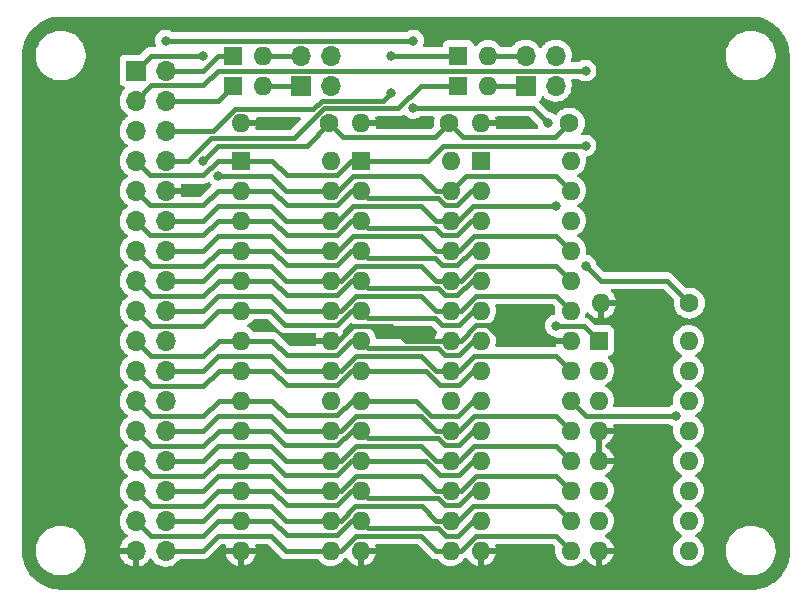
<source format=gtl>
G04 #@! TF.GenerationSoftware,KiCad,Pcbnew,(6.0.0)*
G04 #@! TF.CreationDate,2022-11-09T00:35:18-05:00*
G04 #@! TF.ProjectId,Sorcerer Internal SRAM,536f7263-6572-4657-9220-496e7465726e,rev?*
G04 #@! TF.SameCoordinates,Original*
G04 #@! TF.FileFunction,Copper,L1,Top*
G04 #@! TF.FilePolarity,Positive*
%FSLAX46Y46*%
G04 Gerber Fmt 4.6, Leading zero omitted, Abs format (unit mm)*
G04 Created by KiCad (PCBNEW (6.0.0)) date 2022-11-09 00:35:18*
%MOMM*%
%LPD*%
G01*
G04 APERTURE LIST*
G04 #@! TA.AperFunction,ComponentPad*
%ADD10R,1.600000X1.600000*%
G04 #@! TD*
G04 #@! TA.AperFunction,ComponentPad*
%ADD11O,1.600000X1.600000*%
G04 #@! TD*
G04 #@! TA.AperFunction,ComponentPad*
%ADD12R,1.700000X1.700000*%
G04 #@! TD*
G04 #@! TA.AperFunction,ComponentPad*
%ADD13O,1.700000X1.700000*%
G04 #@! TD*
G04 #@! TA.AperFunction,ComponentPad*
%ADD14C,1.600000*%
G04 #@! TD*
G04 #@! TA.AperFunction,ViaPad*
%ADD15C,0.800000*%
G04 #@! TD*
G04 #@! TA.AperFunction,Conductor*
%ADD16C,0.400000*%
G04 #@! TD*
G04 APERTURE END LIST*
D10*
X124460000Y-60965000D03*
D11*
X127000000Y-60965000D03*
D10*
X155395000Y-82550000D03*
D11*
X155395000Y-85090000D03*
X155395000Y-87630000D03*
X155395000Y-90170000D03*
X155395000Y-92710000D03*
X155395000Y-95250000D03*
X155395000Y-97790000D03*
X155395000Y-100330000D03*
X163015000Y-100330000D03*
X163015000Y-97790000D03*
X163015000Y-95250000D03*
X163015000Y-92710000D03*
X163015000Y-90170000D03*
X163015000Y-87630000D03*
X163015000Y-85090000D03*
X163015000Y-82550000D03*
D12*
X116205000Y-59690000D03*
D13*
X118745000Y-59690000D03*
X116205000Y-62230000D03*
X118745000Y-62230000D03*
X116205000Y-64770000D03*
X118745000Y-64770000D03*
X116205000Y-67310000D03*
X118745000Y-67310000D03*
X116205000Y-69850000D03*
X118745000Y-69850000D03*
X116205000Y-72390000D03*
X118745000Y-72390000D03*
X116205000Y-74930000D03*
X118745000Y-74930000D03*
X116205000Y-77470000D03*
X118745000Y-77470000D03*
X116205000Y-80010000D03*
X118745000Y-80010000D03*
X116205000Y-82550000D03*
X118745000Y-82550000D03*
X116205000Y-85090000D03*
X118745000Y-85090000D03*
X116205000Y-87630000D03*
X118745000Y-87630000D03*
X116205000Y-90170000D03*
X118745000Y-90170000D03*
X116205000Y-92710000D03*
X118745000Y-92710000D03*
X116205000Y-95250000D03*
X118745000Y-95250000D03*
X116205000Y-97790000D03*
X118745000Y-97790000D03*
X116205000Y-100330000D03*
X118745000Y-100330000D03*
D14*
X152915000Y-64135000D03*
D11*
X145415000Y-64135000D03*
D12*
X130175000Y-60960000D03*
D13*
X130175000Y-58420000D03*
X132715000Y-60960000D03*
X132715000Y-58420000D03*
D12*
X149225000Y-60960000D03*
D13*
X149225000Y-58420000D03*
X151765000Y-60960000D03*
X151765000Y-58420000D03*
D14*
X163075000Y-79375000D03*
D11*
X155575000Y-79375000D03*
D10*
X125095000Y-67310000D03*
D11*
X125095000Y-69850000D03*
X125095000Y-72390000D03*
X125095000Y-74930000D03*
X125095000Y-77470000D03*
X125095000Y-80010000D03*
X125095000Y-82550000D03*
X125095000Y-85090000D03*
X125095000Y-87630000D03*
X125095000Y-90170000D03*
X125095000Y-92710000D03*
X125095000Y-95250000D03*
X125095000Y-97790000D03*
X125095000Y-100330000D03*
X132715000Y-100330000D03*
X132715000Y-97790000D03*
X132715000Y-95250000D03*
X132715000Y-92710000D03*
X132715000Y-90170000D03*
X132715000Y-87630000D03*
X132715000Y-85090000D03*
X132715000Y-82550000D03*
X132715000Y-80010000D03*
X132715000Y-77470000D03*
X132715000Y-74930000D03*
X132715000Y-72390000D03*
X132715000Y-69850000D03*
X132715000Y-67310000D03*
D10*
X143510000Y-58420000D03*
D11*
X146050000Y-58420000D03*
D10*
X145415000Y-67310000D03*
D11*
X145415000Y-69850000D03*
X145415000Y-72390000D03*
X145415000Y-74930000D03*
X145415000Y-77470000D03*
X145415000Y-80010000D03*
X145415000Y-82550000D03*
X145415000Y-85090000D03*
X145415000Y-87630000D03*
X145415000Y-90170000D03*
X145415000Y-92710000D03*
X145415000Y-95250000D03*
X145415000Y-97790000D03*
X145415000Y-100330000D03*
X153035000Y-100330000D03*
X153035000Y-97790000D03*
X153035000Y-95250000D03*
X153035000Y-92710000D03*
X153035000Y-90170000D03*
X153035000Y-87630000D03*
X153035000Y-85090000D03*
X153035000Y-82550000D03*
X153035000Y-80010000D03*
X153035000Y-77470000D03*
X153035000Y-74930000D03*
X153035000Y-72390000D03*
X153035000Y-69850000D03*
X153035000Y-67310000D03*
D10*
X135255000Y-67310000D03*
D11*
X135255000Y-69850000D03*
X135255000Y-72390000D03*
X135255000Y-74930000D03*
X135255000Y-77470000D03*
X135255000Y-80010000D03*
X135255000Y-82550000D03*
X135255000Y-85090000D03*
X135255000Y-87630000D03*
X135255000Y-90170000D03*
X135255000Y-92710000D03*
X135255000Y-95250000D03*
X135255000Y-97790000D03*
X135255000Y-100330000D03*
X142875000Y-100330000D03*
X142875000Y-97790000D03*
X142875000Y-95250000D03*
X142875000Y-92710000D03*
X142875000Y-90170000D03*
X142875000Y-87630000D03*
X142875000Y-85090000D03*
X142875000Y-82550000D03*
X142875000Y-80010000D03*
X142875000Y-77470000D03*
X142875000Y-74930000D03*
X142875000Y-72390000D03*
X142875000Y-69850000D03*
X142875000Y-67310000D03*
D10*
X124460000Y-58425000D03*
D11*
X127000000Y-58425000D03*
D14*
X142755000Y-64135000D03*
D11*
X135255000Y-64135000D03*
D14*
X132595000Y-64135000D03*
D11*
X125095000Y-64135000D03*
D10*
X143510000Y-60960000D03*
D11*
X146050000Y-60960000D03*
D15*
X121920000Y-67310000D03*
X154305000Y-76200000D03*
X121285000Y-69850000D03*
X129540000Y-82550000D03*
X138430000Y-81915000D03*
X149225000Y-82550000D03*
X137795000Y-61595000D03*
X137795000Y-58420000D03*
X123190000Y-68580000D03*
X121920000Y-58420000D03*
X151765000Y-81280000D03*
X151765000Y-71120000D03*
X154305000Y-59690000D03*
X154305000Y-66040000D03*
X139700000Y-62865000D03*
X139700000Y-57150000D03*
X151130000Y-64135000D03*
X118745000Y-57150000D03*
X161925000Y-88900000D03*
D16*
X132595000Y-64135000D02*
X130690000Y-66040000D01*
X142755000Y-64135000D02*
X143954511Y-65334511D01*
X143954511Y-65334511D02*
X151715489Y-65334511D01*
X161170000Y-77470000D02*
X155575000Y-77470000D01*
X133794511Y-65334511D02*
X141555489Y-65334511D01*
X151715489Y-65334511D02*
X152915000Y-64135000D01*
X123190000Y-66040000D02*
X121920000Y-67310000D01*
X155575000Y-77470000D02*
X154305000Y-76200000D01*
X163075000Y-79375000D02*
X161170000Y-77470000D01*
X130690000Y-66040000D02*
X123190000Y-66040000D01*
X141555489Y-65334511D02*
X142755000Y-64135000D01*
X132595000Y-64135000D02*
X133794511Y-65334511D01*
X145059123Y-81209511D02*
X145979511Y-81209511D01*
X137797108Y-81282108D02*
X134617892Y-81282108D01*
X143718634Y-82550000D02*
X145059123Y-81209511D01*
X139065000Y-82550000D02*
X138430000Y-81915000D01*
X149225000Y-82550000D02*
X153035000Y-82550000D01*
X145979511Y-81209511D02*
X147320000Y-82550000D01*
X133350000Y-82550000D02*
X132715000Y-82550000D01*
X147320000Y-82550000D02*
X149225000Y-82550000D01*
X142875000Y-82550000D02*
X143718634Y-82550000D01*
X121285000Y-69850000D02*
X118745000Y-69850000D01*
X142875000Y-82550000D02*
X139065000Y-82550000D01*
X134617892Y-81282108D02*
X133350000Y-82550000D01*
X138430000Y-81915000D02*
X137797108Y-81282108D01*
X129628634Y-65405000D02*
X132168634Y-62865000D01*
X138430000Y-62865000D02*
X140335000Y-60960000D01*
X118745000Y-67310000D02*
X120650000Y-67310000D01*
X122555000Y-65405000D02*
X129628634Y-65405000D01*
X120650000Y-67310000D02*
X122555000Y-65405000D01*
X140335000Y-60960000D02*
X143510000Y-60960000D01*
X132168634Y-62865000D02*
X138430000Y-62865000D01*
X146050000Y-58420000D02*
X149225000Y-58420000D01*
X131250295Y-62935489D02*
X131955784Y-62230000D01*
X143510000Y-58420000D02*
X137795000Y-58420000D01*
X124598145Y-62935489D02*
X131250295Y-62935489D01*
X122763634Y-64770000D02*
X124598145Y-62935489D01*
X118745000Y-64770000D02*
X122763634Y-64770000D01*
X136525000Y-62230000D02*
X137160000Y-62230000D01*
X137160000Y-62230000D02*
X137795000Y-61595000D01*
X131955784Y-62230000D02*
X136525000Y-62230000D01*
X123195000Y-62230000D02*
X124460000Y-60965000D01*
X118745000Y-62230000D02*
X123195000Y-62230000D01*
X130170000Y-58425000D02*
X130175000Y-58420000D01*
X127000000Y-58425000D02*
X130170000Y-58425000D01*
X118745000Y-59690000D02*
X121920000Y-59690000D01*
X124460000Y-58425000D02*
X123185000Y-58425000D01*
X121920000Y-59690000D02*
X123185000Y-58425000D01*
X130170000Y-60965000D02*
X130175000Y-60960000D01*
X127000000Y-60965000D02*
X130170000Y-60965000D01*
X127635000Y-90170000D02*
X128834511Y-91369511D01*
X142378145Y-91369511D02*
X143580489Y-91369511D01*
X135255000Y-90170000D02*
X134479022Y-90170000D01*
X117495489Y-91460489D02*
X116205000Y-90170000D01*
X144780000Y-90170000D02*
X143580489Y-91369511D01*
X145415000Y-90170000D02*
X144780000Y-90170000D01*
X121940489Y-91460489D02*
X117495489Y-91460489D01*
X135854520Y-90769520D02*
X141778154Y-90769520D01*
X125095000Y-90170000D02*
X123230978Y-90170000D01*
X135255000Y-90170000D02*
X135854520Y-90769520D01*
X133279511Y-91369511D02*
X128834511Y-91369511D01*
X125095000Y-90170000D02*
X127635000Y-90170000D01*
X134479022Y-90170000D02*
X133279511Y-91369511D01*
X123230978Y-90170000D02*
X121940489Y-91460489D01*
X141778154Y-90769520D02*
X142378145Y-91369511D01*
X117495489Y-94000489D02*
X116205000Y-92710000D01*
X125095000Y-92710000D02*
X127635000Y-92710000D01*
X144780000Y-92710000D02*
X143580489Y-93909511D01*
X121940489Y-94000489D02*
X117495489Y-94000489D01*
X123230978Y-92710000D02*
X121940489Y-94000489D01*
X125095000Y-92710000D02*
X123230978Y-92710000D01*
X135255000Y-92710000D02*
X134411366Y-92710000D01*
X140757150Y-92710000D02*
X135255000Y-92710000D01*
X127635000Y-92710000D02*
X128834511Y-93909511D01*
X134411366Y-92710000D02*
X133211855Y-93909511D01*
X145415000Y-92710000D02*
X144780000Y-92710000D01*
X143580489Y-93909511D02*
X141956661Y-93909511D01*
X141956661Y-93909511D02*
X140757150Y-92710000D01*
X133211855Y-93909511D02*
X128834511Y-93909511D01*
X144780000Y-87630000D02*
X143510000Y-88900000D01*
X139912850Y-87630000D02*
X141182850Y-88900000D01*
X125095000Y-87630000D02*
X123230978Y-87630000D01*
X133279511Y-88829511D02*
X128975489Y-88829511D01*
X127775978Y-87630000D02*
X128975489Y-88829511D01*
X135255000Y-87630000D02*
X134479022Y-87630000D01*
X134479022Y-87630000D02*
X133279511Y-88829511D01*
X135255000Y-87630000D02*
X139912850Y-87630000D01*
X125095000Y-87630000D02*
X127775978Y-87630000D01*
X141182850Y-88900000D02*
X143510000Y-88900000D01*
X121940489Y-88920489D02*
X117495489Y-88920489D01*
X117495489Y-88920489D02*
X116205000Y-87630000D01*
X123230978Y-87630000D02*
X121940489Y-88920489D01*
X145415000Y-87630000D02*
X144780000Y-87630000D01*
X125095000Y-95250000D02*
X127775978Y-95250000D01*
X117495489Y-96540489D02*
X116205000Y-95250000D01*
X121899511Y-96540489D02*
X117495489Y-96540489D01*
X144780000Y-95250000D02*
X143580489Y-96449511D01*
X141778154Y-95849520D02*
X135854520Y-95849520D01*
X143580489Y-96449511D02*
X142378145Y-96449511D01*
X133211855Y-96449511D02*
X128975489Y-96449511D01*
X127775978Y-95250000D02*
X128975489Y-96449511D01*
X123190000Y-95250000D02*
X121899511Y-96540489D01*
X125095000Y-95250000D02*
X123190000Y-95250000D01*
X134411366Y-95250000D02*
X133211855Y-96449511D01*
X135854520Y-95849520D02*
X135255000Y-95250000D01*
X135255000Y-95250000D02*
X134411366Y-95250000D01*
X145415000Y-95250000D02*
X144780000Y-95250000D01*
X142378145Y-96449511D02*
X141778154Y-95849520D01*
X145415000Y-85090000D02*
X144780000Y-85090000D01*
X134411366Y-85090000D02*
X133211855Y-86289511D01*
X133211855Y-86289511D02*
X128975489Y-86289511D01*
X125095000Y-85090000D02*
X123230978Y-85090000D01*
X140757150Y-85090000D02*
X141956661Y-86289511D01*
X141956661Y-86289511D02*
X143580489Y-86289511D01*
X117495489Y-86380489D02*
X116205000Y-85090000D01*
X121940489Y-86380489D02*
X117495489Y-86380489D01*
X135255000Y-85090000D02*
X134411366Y-85090000D01*
X125095000Y-85090000D02*
X127775978Y-85090000D01*
X123230978Y-85090000D02*
X121940489Y-86380489D01*
X127775978Y-85090000D02*
X128975489Y-86289511D01*
X135255000Y-85090000D02*
X140757150Y-85090000D01*
X144780000Y-85090000D02*
X143580489Y-86289511D01*
X142448634Y-99060000D02*
X141778154Y-98389520D01*
X117475000Y-99060000D02*
X116205000Y-97790000D01*
X143510000Y-99060000D02*
X142448634Y-99060000D01*
X144780000Y-97790000D02*
X143510000Y-99060000D01*
X121920000Y-99060000D02*
X117475000Y-99060000D01*
X133211855Y-98989511D02*
X128975489Y-98989511D01*
X141778154Y-98389520D02*
X135854520Y-98389520D01*
X134411366Y-97790000D02*
X133211855Y-98989511D01*
X135255000Y-97790000D02*
X134411366Y-97790000D01*
X145415000Y-97790000D02*
X144780000Y-97790000D01*
X123190000Y-97790000D02*
X121920000Y-99060000D01*
X127775978Y-97790000D02*
X128975489Y-98989511D01*
X125095000Y-97790000D02*
X127775978Y-97790000D01*
X125095000Y-97790000D02*
X123190000Y-97790000D01*
X135854520Y-98389520D02*
X135255000Y-97790000D01*
X125095000Y-82550000D02*
X123230978Y-82550000D01*
X125095000Y-82550000D02*
X127775978Y-82550000D01*
X135255000Y-82550000D02*
X134411366Y-82550000D01*
X121940489Y-83840489D02*
X117495489Y-83840489D01*
X145415000Y-82550000D02*
X144780000Y-82550000D01*
X123230978Y-82550000D02*
X121940489Y-83840489D01*
X127775978Y-82550000D02*
X128975489Y-83749511D01*
X134411366Y-82550000D02*
X133211855Y-83749511D01*
X135255000Y-82550000D02*
X135854520Y-83149520D01*
X142378145Y-83749511D02*
X143580489Y-83749511D01*
X144780000Y-82550000D02*
X143580489Y-83749511D01*
X135854520Y-83149520D02*
X141778154Y-83149520D01*
X117495489Y-83840489D02*
X116205000Y-82550000D01*
X141778154Y-83149520D02*
X142378145Y-83749511D01*
X133211855Y-83749511D02*
X128975489Y-83749511D01*
X123190000Y-99060000D02*
X121920000Y-100330000D01*
X143718634Y-100330000D02*
X144988634Y-99060000D01*
X151765000Y-99060000D02*
X153035000Y-100330000D01*
X127635000Y-99060000D02*
X123190000Y-99060000D01*
X132715000Y-100330000D02*
X128905000Y-100330000D01*
X132715000Y-100330000D02*
X133558634Y-100330000D01*
X128905000Y-100330000D02*
X127635000Y-99060000D01*
X141605000Y-100330000D02*
X140335000Y-99060000D01*
X142875000Y-100330000D02*
X141605000Y-100330000D01*
X121920000Y-100330000D02*
X118745000Y-100330000D01*
X144988634Y-99060000D02*
X151765000Y-99060000D01*
X133558634Y-100330000D02*
X134828634Y-99060000D01*
X134828634Y-99060000D02*
X140335000Y-99060000D01*
X142875000Y-100330000D02*
X143718634Y-100330000D01*
X121920000Y-81280000D02*
X117475000Y-81280000D01*
X127635000Y-80010000D02*
X128834511Y-81209511D01*
X125095000Y-80010000D02*
X123190000Y-80010000D01*
X135854520Y-80609520D02*
X141569520Y-80609520D01*
X134411366Y-80010000D02*
X133211855Y-81209511D01*
X117475000Y-81280000D02*
X116205000Y-80010000D01*
X141569520Y-80609520D02*
X142169511Y-81209511D01*
X123190000Y-80010000D02*
X121920000Y-81280000D01*
X142169511Y-81209511D02*
X143580489Y-81209511D01*
X135255000Y-80010000D02*
X135854520Y-80609520D01*
X135255000Y-80010000D02*
X134411366Y-80010000D01*
X144780000Y-80010000D02*
X143580489Y-81209511D01*
X133211855Y-81209511D02*
X128834511Y-81209511D01*
X125095000Y-80010000D02*
X127635000Y-80010000D01*
X145415000Y-80010000D02*
X144780000Y-80010000D01*
X132715000Y-97790000D02*
X133558634Y-97790000D01*
X142875000Y-97790000D02*
X143510000Y-97790000D01*
X127635000Y-96520000D02*
X128905000Y-97790000D01*
X123190000Y-96520000D02*
X127635000Y-96520000D01*
X143510000Y-97790000D02*
X144780000Y-96520000D01*
X128905000Y-97790000D02*
X132715000Y-97790000D01*
X141605000Y-97790000D02*
X140405489Y-96590489D01*
X121920000Y-97790000D02*
X123190000Y-96520000D01*
X142875000Y-97790000D02*
X141605000Y-97790000D01*
X134758145Y-96590489D02*
X140405489Y-96590489D01*
X151765000Y-96520000D02*
X153035000Y-97790000D01*
X118745000Y-97790000D02*
X121920000Y-97790000D01*
X144780000Y-96520000D02*
X151765000Y-96520000D01*
X133558634Y-97790000D02*
X134758145Y-96590489D01*
X125095000Y-77470000D02*
X123230978Y-77470000D01*
X142378145Y-78669511D02*
X141778154Y-78069520D01*
X127775978Y-77470000D02*
X128975489Y-78669511D01*
X117495489Y-78760489D02*
X116205000Y-77470000D01*
X134411366Y-77470000D02*
X133211855Y-78669511D01*
X141778154Y-78069520D02*
X135854520Y-78069520D01*
X133211855Y-78669511D02*
X128975489Y-78669511D01*
X125095000Y-77470000D02*
X127775978Y-77470000D01*
X144639022Y-77470000D02*
X143439511Y-78669511D01*
X123230978Y-77470000D02*
X121940489Y-78760489D01*
X121940489Y-78760489D02*
X117495489Y-78760489D01*
X135255000Y-77470000D02*
X134411366Y-77470000D01*
X143439511Y-78669511D02*
X142378145Y-78669511D01*
X145415000Y-77470000D02*
X144639022Y-77470000D01*
X135854520Y-78069520D02*
X135255000Y-77470000D01*
X121920000Y-95250000D02*
X123190000Y-93980000D01*
X142875000Y-95250000D02*
X143718634Y-95250000D01*
X142875000Y-95250000D02*
X141605000Y-95250000D01*
X144988634Y-93980000D02*
X151765000Y-93980000D01*
X132715000Y-95250000D02*
X133558634Y-95250000D01*
X143718634Y-95250000D02*
X144988634Y-93980000D01*
X134828634Y-93980000D02*
X140335000Y-93980000D01*
X141605000Y-95250000D02*
X140335000Y-93980000D01*
X133558634Y-95250000D02*
X134828634Y-93980000D01*
X128905000Y-95250000D02*
X132715000Y-95250000D01*
X118745000Y-95250000D02*
X121920000Y-95250000D01*
X151765000Y-93980000D02*
X153035000Y-95250000D01*
X127635000Y-93980000D02*
X128905000Y-95250000D01*
X123190000Y-93980000D02*
X127635000Y-93980000D01*
X125095000Y-74930000D02*
X127775978Y-74930000D01*
X127775978Y-74930000D02*
X128975489Y-76129511D01*
X133211855Y-76129511D02*
X134411366Y-74930000D01*
X135854520Y-75529520D02*
X135255000Y-74930000D01*
X141569520Y-75529520D02*
X135854520Y-75529520D01*
X145415000Y-74930000D02*
X144639022Y-74930000D01*
X123230978Y-74930000D02*
X121940489Y-76220489D01*
X121940489Y-76220489D02*
X117495489Y-76220489D01*
X125095000Y-74930000D02*
X123230978Y-74930000D01*
X143439511Y-76129511D02*
X142169511Y-76129511D01*
X128975489Y-76129511D02*
X133211855Y-76129511D01*
X142169511Y-76129511D02*
X141569520Y-75529520D01*
X134411366Y-74930000D02*
X135255000Y-74930000D01*
X144639022Y-74930000D02*
X143439511Y-76129511D01*
X117495489Y-76220489D02*
X116205000Y-74930000D01*
X121920000Y-92710000D02*
X123190000Y-91440000D01*
X134828634Y-91440000D02*
X140335000Y-91440000D01*
X133558634Y-92710000D02*
X134828634Y-91440000D01*
X127635000Y-91440000D02*
X128905000Y-92710000D01*
X128905000Y-92710000D02*
X132715000Y-92710000D01*
X144847656Y-91440000D02*
X151765000Y-91440000D01*
X132715000Y-92710000D02*
X133558634Y-92710000D01*
X142875000Y-92710000D02*
X141605000Y-92710000D01*
X143577656Y-92710000D02*
X144847656Y-91440000D01*
X118745000Y-92710000D02*
X121920000Y-92710000D01*
X141605000Y-92710000D02*
X140335000Y-91440000D01*
X123190000Y-91440000D02*
X127635000Y-91440000D01*
X151765000Y-91440000D02*
X153035000Y-92710000D01*
X142875000Y-92710000D02*
X143577656Y-92710000D01*
X135854520Y-72989520D02*
X135255000Y-72390000D01*
X133211855Y-73589511D02*
X128975489Y-73589511D01*
X142169511Y-73589511D02*
X141569520Y-72989520D01*
X145415000Y-72390000D02*
X144571366Y-72390000D01*
X141569520Y-72989520D02*
X135854520Y-72989520D01*
X117454511Y-73639511D02*
X116205000Y-72390000D01*
X121940489Y-73639511D02*
X117454511Y-73639511D01*
X143371855Y-73589511D02*
X142169511Y-73589511D01*
X134411366Y-72390000D02*
X133211855Y-73589511D01*
X135255000Y-72390000D02*
X134411366Y-72390000D01*
X144571366Y-72390000D02*
X143371855Y-73589511D01*
X123190000Y-72390000D02*
X121940489Y-73639511D01*
X127775978Y-72390000D02*
X128975489Y-73589511D01*
X125095000Y-72390000D02*
X123190000Y-72390000D01*
X125095000Y-72390000D02*
X127775978Y-72390000D01*
X128905000Y-90170000D02*
X132715000Y-90170000D01*
X142875000Y-90170000D02*
X143577656Y-90170000D01*
X144847656Y-88900000D02*
X151765000Y-88900000D01*
X118745000Y-90170000D02*
X121920000Y-90170000D01*
X151765000Y-88900000D02*
X153035000Y-90170000D01*
X142875000Y-90170000D02*
X141605000Y-90170000D01*
X140335000Y-88900000D02*
X134828634Y-88900000D01*
X143577656Y-90170000D02*
X144847656Y-88900000D01*
X133558634Y-90170000D02*
X132715000Y-90170000D01*
X123190000Y-88900000D02*
X127635000Y-88900000D01*
X134828634Y-88900000D02*
X133558634Y-90170000D01*
X141605000Y-90170000D02*
X140335000Y-88900000D01*
X121920000Y-90170000D02*
X123190000Y-88900000D01*
X127635000Y-88900000D02*
X128905000Y-90170000D01*
X142875000Y-74930000D02*
X143577656Y-74930000D01*
X141605000Y-74930000D02*
X140335000Y-73660000D01*
X143577656Y-74930000D02*
X144847656Y-73660000D01*
X144847656Y-73660000D02*
X151765000Y-73660000D01*
X142875000Y-74930000D02*
X141605000Y-74930000D01*
X133350000Y-74930000D02*
X134620000Y-73660000D01*
X128905000Y-74930000D02*
X132715000Y-74930000D01*
X132715000Y-74930000D02*
X133350000Y-74930000D01*
X118745000Y-74930000D02*
X121920000Y-74930000D01*
X127635000Y-73660000D02*
X128905000Y-74930000D01*
X134620000Y-73660000D02*
X140335000Y-73660000D01*
X121920000Y-74930000D02*
X123190000Y-73660000D01*
X151765000Y-73660000D02*
X153035000Y-74930000D01*
X123190000Y-73660000D02*
X127635000Y-73660000D01*
X121920000Y-77470000D02*
X123190000Y-76200000D01*
X144988634Y-76200000D02*
X151765000Y-76200000D01*
X132715000Y-77470000D02*
X133558634Y-77470000D01*
X118745000Y-77470000D02*
X121920000Y-77470000D01*
X123190000Y-76200000D02*
X127635000Y-76200000D01*
X142875000Y-77470000D02*
X143718634Y-77470000D01*
X141605000Y-77470000D02*
X140335000Y-76200000D01*
X128905000Y-77470000D02*
X132715000Y-77470000D01*
X151765000Y-76200000D02*
X153035000Y-77470000D01*
X134828634Y-76200000D02*
X140335000Y-76200000D01*
X143718634Y-77470000D02*
X144988634Y-76200000D01*
X127635000Y-76200000D02*
X128905000Y-77470000D01*
X133558634Y-77470000D02*
X134828634Y-76200000D01*
X142875000Y-77470000D02*
X141605000Y-77470000D01*
X128905000Y-85090000D02*
X132715000Y-85090000D01*
X133985000Y-84663634D02*
X134828634Y-83820000D01*
X121920000Y-85090000D02*
X123190000Y-83820000D01*
X132715000Y-85090000D02*
X133563516Y-85090000D01*
X134828634Y-83820000D02*
X140335000Y-83820000D01*
X143577656Y-85090000D02*
X144847656Y-83820000D01*
X118745000Y-85090000D02*
X121920000Y-85090000D01*
X144847656Y-83820000D02*
X151765000Y-83820000D01*
X133985000Y-84668516D02*
X133985000Y-84663634D01*
X133563516Y-85090000D02*
X133985000Y-84668516D01*
X141605000Y-85090000D02*
X140335000Y-83820000D01*
X142875000Y-85090000D02*
X143577656Y-85090000D01*
X127635000Y-83820000D02*
X128905000Y-85090000D01*
X142875000Y-85090000D02*
X141605000Y-85090000D01*
X123190000Y-83820000D02*
X127635000Y-83820000D01*
X151765000Y-83820000D02*
X153035000Y-85090000D01*
X121920000Y-80010000D02*
X123190000Y-78740000D01*
X133558634Y-80010000D02*
X134828634Y-78740000D01*
X118745000Y-80010000D02*
X121920000Y-80010000D01*
X142875000Y-80010000D02*
X141605000Y-80010000D01*
X143718634Y-80010000D02*
X144988634Y-78740000D01*
X134828634Y-78740000D02*
X140335000Y-78740000D01*
X151765000Y-78740000D02*
X153035000Y-80010000D01*
X141605000Y-80010000D02*
X140335000Y-78740000D01*
X132715000Y-80010000D02*
X133558634Y-80010000D01*
X127635000Y-78740000D02*
X128905000Y-80010000D01*
X128905000Y-80010000D02*
X132715000Y-80010000D01*
X123190000Y-78740000D02*
X127635000Y-78740000D01*
X144988634Y-78740000D02*
X151765000Y-78740000D01*
X142875000Y-80010000D02*
X143718634Y-80010000D01*
X123190000Y-69850000D02*
X121940489Y-71099511D01*
X144571366Y-69850000D02*
X143371855Y-71049511D01*
X135854520Y-70449520D02*
X135255000Y-69850000D01*
X121940489Y-71099511D02*
X117454511Y-71099511D01*
X145415000Y-69850000D02*
X144571366Y-69850000D01*
X135255000Y-69850000D02*
X134411366Y-69850000D01*
X125095000Y-69850000D02*
X123190000Y-69850000D01*
X134411366Y-69850000D02*
X133211855Y-71049511D01*
X142378145Y-71049511D02*
X141778154Y-70449520D01*
X141778154Y-70449520D02*
X135854520Y-70449520D01*
X127775978Y-69850000D02*
X128975489Y-71049511D01*
X125095000Y-69850000D02*
X127775978Y-69850000D01*
X117454511Y-71099511D02*
X116205000Y-69850000D01*
X133211855Y-71049511D02*
X128975489Y-71049511D01*
X143371855Y-71049511D02*
X142378145Y-71049511D01*
X144145000Y-68580000D02*
X151765000Y-68580000D01*
X132715000Y-69850000D02*
X133350000Y-69850000D01*
X133350000Y-69850000D02*
X134620000Y-68580000D01*
X127635000Y-68580000D02*
X123190000Y-68580000D01*
X142875000Y-69850000D02*
X141605000Y-69850000D01*
X134620000Y-68580000D02*
X140335000Y-68580000D01*
X128905000Y-69850000D02*
X127635000Y-68580000D01*
X121920000Y-58420000D02*
X117475000Y-58420000D01*
X141605000Y-69850000D02*
X140335000Y-68580000D01*
X142875000Y-69850000D02*
X144145000Y-68580000D01*
X151765000Y-68580000D02*
X153035000Y-69850000D01*
X117475000Y-58420000D02*
X116205000Y-59690000D01*
X132715000Y-69850000D02*
X128905000Y-69850000D01*
X151765000Y-81280000D02*
X154125000Y-81280000D01*
X144780000Y-71120000D02*
X151765000Y-71120000D01*
X132715000Y-72390000D02*
X133350000Y-72390000D01*
X142875000Y-72390000D02*
X141605000Y-72390000D01*
X128905000Y-72390000D02*
X132715000Y-72390000D01*
X133350000Y-72390000D02*
X134620000Y-71120000D01*
X127635000Y-71120000D02*
X128905000Y-72390000D01*
X142875000Y-72390000D02*
X143510000Y-72390000D01*
X134620000Y-71120000D02*
X140335000Y-71120000D01*
X141605000Y-72390000D02*
X140335000Y-71120000D01*
X123190000Y-71120000D02*
X127635000Y-71120000D01*
X118745000Y-72390000D02*
X121920000Y-72390000D01*
X121920000Y-72390000D02*
X123190000Y-71120000D01*
X154125000Y-81280000D02*
X155395000Y-82550000D01*
X143510000Y-72390000D02*
X144780000Y-71120000D01*
X123190000Y-59690000D02*
X154305000Y-59690000D01*
X116205000Y-62230000D02*
X117495489Y-60939511D01*
X117495489Y-60939511D02*
X121940489Y-60939511D01*
X121940489Y-60939511D02*
X123190000Y-59690000D01*
X123190000Y-67310000D02*
X121940489Y-68559511D01*
X125095000Y-67310000D02*
X127775978Y-67310000D01*
X117454511Y-68559511D02*
X116205000Y-67310000D01*
X121940489Y-68559511D02*
X117454511Y-68559511D01*
X134411366Y-67310000D02*
X135255000Y-67310000D01*
X140970000Y-67310000D02*
X135255000Y-67310000D01*
X133211855Y-68509511D02*
X134411366Y-67310000D01*
X142240000Y-66040000D02*
X140970000Y-67310000D01*
X154305000Y-66040000D02*
X142240000Y-66040000D01*
X127775978Y-67310000D02*
X128975489Y-68509511D01*
X128975489Y-68509511D02*
X133211855Y-68509511D01*
X125095000Y-67310000D02*
X123190000Y-67310000D01*
X139700000Y-57150000D02*
X118745000Y-57150000D01*
X149860000Y-62865000D02*
X139700000Y-62865000D01*
X151130000Y-64135000D02*
X149860000Y-62865000D01*
X154305000Y-88900000D02*
X161925000Y-88900000D01*
X153035000Y-87630000D02*
X154305000Y-88900000D01*
X146050000Y-60960000D02*
X149225000Y-60960000D01*
G04 #@! TA.AperFunction,Conductor*
G36*
X168245057Y-55119500D02*
G01*
X168259858Y-55121805D01*
X168259861Y-55121805D01*
X168268730Y-55123186D01*
X168287411Y-55120743D01*
X168310342Y-55119852D01*
X168613557Y-55135743D01*
X168626665Y-55137120D01*
X168866285Y-55175072D01*
X168955002Y-55189123D01*
X168967902Y-55191865D01*
X169289000Y-55277903D01*
X169301536Y-55281977D01*
X169574358Y-55386703D01*
X169611876Y-55401105D01*
X169623924Y-55406469D01*
X169920120Y-55557388D01*
X169931536Y-55563979D01*
X170210334Y-55745033D01*
X170220996Y-55752779D01*
X170479344Y-55961984D01*
X170489145Y-55970810D01*
X170724190Y-56205855D01*
X170733015Y-56215655D01*
X170936753Y-56467251D01*
X170942221Y-56474004D01*
X170949967Y-56484666D01*
X171131018Y-56763459D01*
X171137612Y-56774880D01*
X171288531Y-57071076D01*
X171293895Y-57083124D01*
X171298053Y-57093955D01*
X171405282Y-57373295D01*
X171413021Y-57393456D01*
X171417097Y-57405999D01*
X171421666Y-57423051D01*
X171503135Y-57727098D01*
X171505877Y-57739998D01*
X171554730Y-58048444D01*
X171557879Y-58068329D01*
X171559257Y-58081443D01*
X171569823Y-58283049D01*
X171574764Y-58377330D01*
X171573436Y-58403312D01*
X171573195Y-58404856D01*
X171573195Y-58404860D01*
X171571814Y-58413730D01*
X171572978Y-58422632D01*
X171572978Y-58422635D01*
X171575936Y-58445251D01*
X171577000Y-58461589D01*
X171577000Y-99623105D01*
X171576849Y-99625402D01*
X171576210Y-99627676D01*
X171576278Y-99634055D01*
X171576278Y-99634058D01*
X171576993Y-99700897D01*
X171577000Y-99702244D01*
X171577000Y-99731477D01*
X171577287Y-99733478D01*
X171577361Y-99735289D01*
X171577766Y-99773183D01*
X171580378Y-99781773D01*
X171583320Y-99791449D01*
X171587951Y-99813760D01*
X171622159Y-100112292D01*
X171622969Y-100125127D01*
X171626916Y-100454630D01*
X171626413Y-100467481D01*
X171596751Y-100795652D01*
X171594942Y-100808385D01*
X171531978Y-101131850D01*
X171528879Y-101144331D01*
X171486073Y-101285524D01*
X171438357Y-101442916D01*
X171433278Y-101459668D01*
X171428928Y-101471758D01*
X171340175Y-101683757D01*
X171301666Y-101775740D01*
X171296100Y-101787334D01*
X171138531Y-102076728D01*
X171131815Y-102087692D01*
X170945547Y-102359544D01*
X170937752Y-102369759D01*
X170724757Y-102621191D01*
X170715955Y-102630567D01*
X170478441Y-102858976D01*
X170468728Y-102867406D01*
X170209165Y-103070415D01*
X170198643Y-103077811D01*
X169919745Y-103253299D01*
X169908525Y-103259584D01*
X169758133Y-103334005D01*
X169613174Y-103405738D01*
X169601380Y-103410842D01*
X169437350Y-103472097D01*
X169292675Y-103526124D01*
X169280414Y-103530002D01*
X168961571Y-103613214D01*
X168948994Y-103615819D01*
X168623308Y-103666099D01*
X168610531Y-103667408D01*
X168343918Y-103681032D01*
X168317772Y-103682368D01*
X168291961Y-103681032D01*
X168290147Y-103680750D01*
X168281270Y-103679368D01*
X168250025Y-103683454D01*
X168233591Y-103684517D01*
X109904493Y-103632044D01*
X109885230Y-103630544D01*
X109874409Y-103628860D01*
X109870141Y-103628195D01*
X109870140Y-103628195D01*
X109861270Y-103626814D01*
X109842589Y-103629257D01*
X109819658Y-103630148D01*
X109516443Y-103614257D01*
X109503335Y-103612880D01*
X109263715Y-103574928D01*
X109174998Y-103560877D01*
X109162098Y-103558135D01*
X108841000Y-103472097D01*
X108828464Y-103468023D01*
X108518125Y-103348895D01*
X108506076Y-103343531D01*
X108209880Y-103192612D01*
X108198464Y-103186021D01*
X107919666Y-103004967D01*
X107909004Y-102997221D01*
X107650656Y-102788016D01*
X107640855Y-102779190D01*
X107405810Y-102544145D01*
X107396984Y-102534344D01*
X107187776Y-102275992D01*
X107180033Y-102265334D01*
X106998979Y-101986536D01*
X106992388Y-101975120D01*
X106841469Y-101678924D01*
X106836105Y-101666876D01*
X106810507Y-101600191D01*
X106716977Y-101356536D01*
X106712903Y-101344000D01*
X106710813Y-101336198D01*
X106656925Y-101135088D01*
X106626865Y-101022902D01*
X106624123Y-101010002D01*
X106606545Y-100899017D01*
X106572120Y-100681665D01*
X106570743Y-100668554D01*
X106566490Y-100587401D01*
X106559955Y-100462703D01*
X107745743Y-100462703D01*
X107746302Y-100466947D01*
X107746302Y-100466951D01*
X107759000Y-100563402D01*
X107783268Y-100747734D01*
X107859129Y-101025036D01*
X107860813Y-101028984D01*
X107941068Y-101217137D01*
X107971923Y-101289476D01*
X108018637Y-101367529D01*
X108076593Y-101464366D01*
X108119561Y-101536161D01*
X108299313Y-101760528D01*
X108507851Y-101958423D01*
X108741317Y-102126186D01*
X108745112Y-102128195D01*
X108745113Y-102128196D01*
X108766869Y-102139715D01*
X108995392Y-102260712D01*
X109265373Y-102359511D01*
X109546264Y-102420755D01*
X109574841Y-102423004D01*
X109769282Y-102438307D01*
X109769291Y-102438307D01*
X109771739Y-102438500D01*
X109927271Y-102438500D01*
X109929407Y-102438354D01*
X109929418Y-102438354D01*
X110137548Y-102424165D01*
X110137554Y-102424164D01*
X110141825Y-102423873D01*
X110146020Y-102423004D01*
X110146022Y-102423004D01*
X110403133Y-102369759D01*
X110423342Y-102365574D01*
X110694343Y-102269607D01*
X110949812Y-102137750D01*
X110953313Y-102135289D01*
X110953317Y-102135287D01*
X111067417Y-102055096D01*
X111185023Y-101972441D01*
X111384222Y-101787334D01*
X111392479Y-101779661D01*
X111392481Y-101779658D01*
X111395622Y-101776740D01*
X111577713Y-101554268D01*
X111727927Y-101309142D01*
X111731927Y-101300031D01*
X111841757Y-101049830D01*
X111843483Y-101045898D01*
X111850213Y-101022274D01*
X111910530Y-100810528D01*
X111922244Y-100769406D01*
X111946643Y-100597966D01*
X114873257Y-100597966D01*
X114903565Y-100732446D01*
X114906645Y-100742275D01*
X114986770Y-100939603D01*
X114991413Y-100948794D01*
X115102694Y-101130388D01*
X115108777Y-101138699D01*
X115248213Y-101299667D01*
X115255580Y-101306883D01*
X115419434Y-101442916D01*
X115427881Y-101448831D01*
X115611756Y-101556279D01*
X115621042Y-101560729D01*
X115820001Y-101636703D01*
X115829899Y-101639579D01*
X115933250Y-101660606D01*
X115947299Y-101659410D01*
X115951000Y-101649065D01*
X115951000Y-100602115D01*
X115946525Y-100586876D01*
X115945135Y-100585671D01*
X115937452Y-100584000D01*
X114888225Y-100584000D01*
X114874694Y-100587973D01*
X114873257Y-100597966D01*
X111946643Y-100597966D01*
X111962751Y-100484784D01*
X111962845Y-100466951D01*
X111964235Y-100201583D01*
X111964235Y-100201576D01*
X111964257Y-100197297D01*
X111951700Y-100101913D01*
X111927292Y-99916522D01*
X111926732Y-99912266D01*
X111911007Y-99854783D01*
X111878317Y-99735291D01*
X111850871Y-99634964D01*
X111787204Y-99485700D01*
X111739763Y-99374476D01*
X111739761Y-99374472D01*
X111738077Y-99370524D01*
X111633668Y-99196069D01*
X111592643Y-99127521D01*
X111592640Y-99127517D01*
X111590439Y-99123839D01*
X111410687Y-98899472D01*
X111202149Y-98701577D01*
X110968683Y-98533814D01*
X110946843Y-98522250D01*
X110812760Y-98451257D01*
X110714608Y-98399288D01*
X110444627Y-98300489D01*
X110163736Y-98239245D01*
X110132685Y-98236801D01*
X109940718Y-98221693D01*
X109940709Y-98221693D01*
X109938261Y-98221500D01*
X109782729Y-98221500D01*
X109780593Y-98221646D01*
X109780582Y-98221646D01*
X109572452Y-98235835D01*
X109572446Y-98235836D01*
X109568175Y-98236127D01*
X109563980Y-98236996D01*
X109563978Y-98236996D01*
X109434232Y-98263865D01*
X109286658Y-98294426D01*
X109015657Y-98390393D01*
X108760188Y-98522250D01*
X108756687Y-98524711D01*
X108756683Y-98524713D01*
X108743734Y-98533814D01*
X108524977Y-98687559D01*
X108314378Y-98883260D01*
X108132287Y-99105732D01*
X107982073Y-99350858D01*
X107980347Y-99354791D01*
X107980346Y-99354792D01*
X107920901Y-99490211D01*
X107866517Y-99614102D01*
X107865342Y-99618229D01*
X107865341Y-99618230D01*
X107841793Y-99700897D01*
X107787756Y-99890594D01*
X107747249Y-100175216D01*
X107747227Y-100179505D01*
X107747226Y-100179512D01*
X107746035Y-100406920D01*
X107745743Y-100462703D01*
X106559955Y-100462703D01*
X106555236Y-100372666D01*
X106556564Y-100346688D01*
X106556805Y-100345144D01*
X106556805Y-100345140D01*
X106558186Y-100336270D01*
X106556651Y-100324525D01*
X106554064Y-100304749D01*
X106553000Y-100288411D01*
X106553000Y-97756695D01*
X114842251Y-97756695D01*
X114842548Y-97761848D01*
X114842548Y-97761851D01*
X114844171Y-97790000D01*
X114855110Y-97979715D01*
X114856247Y-97984761D01*
X114856248Y-97984767D01*
X114864955Y-98023402D01*
X114904222Y-98197639D01*
X114945614Y-98299575D01*
X114986103Y-98399288D01*
X114988266Y-98404616D01*
X115104987Y-98595088D01*
X115251250Y-98763938D01*
X115423126Y-98906632D01*
X115490163Y-98945805D01*
X115496955Y-98949774D01*
X115545679Y-99001412D01*
X115558750Y-99071195D01*
X115532019Y-99136967D01*
X115491562Y-99170327D01*
X115483457Y-99174546D01*
X115474738Y-99180036D01*
X115304433Y-99307905D01*
X115296726Y-99314748D01*
X115149590Y-99468717D01*
X115143104Y-99476727D01*
X115023098Y-99652649D01*
X115018000Y-99661623D01*
X114928338Y-99854783D01*
X114924775Y-99864470D01*
X114869389Y-100064183D01*
X114870912Y-100072607D01*
X114883292Y-100076000D01*
X116333000Y-100076000D01*
X116401121Y-100096002D01*
X116447614Y-100149658D01*
X116459000Y-100202000D01*
X116459000Y-101648517D01*
X116463064Y-101662359D01*
X116476478Y-101664393D01*
X116483184Y-101663534D01*
X116493262Y-101661392D01*
X116697255Y-101600191D01*
X116706842Y-101596433D01*
X116898095Y-101502739D01*
X116906945Y-101497464D01*
X117080328Y-101373792D01*
X117088200Y-101367139D01*
X117239052Y-101216812D01*
X117245730Y-101208965D01*
X117373022Y-101031819D01*
X117374279Y-101032722D01*
X117421373Y-100989362D01*
X117491311Y-100977145D01*
X117556751Y-101004678D01*
X117584579Y-101036511D01*
X117592741Y-101049830D01*
X117644987Y-101135088D01*
X117791250Y-101303938D01*
X117963126Y-101446632D01*
X118156000Y-101559338D01*
X118160825Y-101561180D01*
X118160826Y-101561181D01*
X118231328Y-101588103D01*
X118364692Y-101639030D01*
X118369760Y-101640061D01*
X118369763Y-101640062D01*
X118464862Y-101659410D01*
X118583597Y-101683567D01*
X118588772Y-101683757D01*
X118588774Y-101683757D01*
X118801673Y-101691564D01*
X118801677Y-101691564D01*
X118806837Y-101691753D01*
X118811957Y-101691097D01*
X118811959Y-101691097D01*
X119023288Y-101664025D01*
X119023289Y-101664025D01*
X119028416Y-101663368D01*
X119033366Y-101661883D01*
X119237429Y-101600661D01*
X119237434Y-101600659D01*
X119242384Y-101599174D01*
X119442994Y-101500896D01*
X119624860Y-101371173D01*
X119656788Y-101339357D01*
X119779435Y-101217137D01*
X119783096Y-101213489D01*
X119836838Y-101138699D01*
X119871132Y-101090974D01*
X119927127Y-101047326D01*
X119973455Y-101038500D01*
X121891088Y-101038500D01*
X121899658Y-101038792D01*
X121949776Y-101042209D01*
X121949780Y-101042209D01*
X121957352Y-101042725D01*
X121964829Y-101041420D01*
X121964830Y-101041420D01*
X122019841Y-101031819D01*
X122020303Y-101031738D01*
X122026821Y-101030777D01*
X122090242Y-101023102D01*
X122097343Y-101020419D01*
X122099952Y-101019778D01*
X122116262Y-101015315D01*
X122118798Y-101014550D01*
X122126284Y-101013243D01*
X122184800Y-100987556D01*
X122190904Y-100985065D01*
X122199646Y-100981762D01*
X122250656Y-100962487D01*
X122256919Y-100958183D01*
X122259285Y-100956946D01*
X122274097Y-100948701D01*
X122276351Y-100947368D01*
X122283305Y-100944315D01*
X122334002Y-100905413D01*
X122339332Y-100901541D01*
X122385720Y-100869661D01*
X122385725Y-100869656D01*
X122391981Y-100865357D01*
X122433436Y-100818829D01*
X122438416Y-100813554D01*
X122655448Y-100596522D01*
X123812273Y-100596522D01*
X123859764Y-100773761D01*
X123863510Y-100784053D01*
X123955586Y-100981511D01*
X123961069Y-100991007D01*
X124086028Y-101169467D01*
X124093084Y-101177875D01*
X124247125Y-101331916D01*
X124255533Y-101338972D01*
X124433993Y-101463931D01*
X124443489Y-101469414D01*
X124640947Y-101561490D01*
X124651239Y-101565236D01*
X124823503Y-101611394D01*
X124837599Y-101611058D01*
X124841000Y-101603116D01*
X124841000Y-101597967D01*
X125349000Y-101597967D01*
X125352973Y-101611498D01*
X125361522Y-101612727D01*
X125538761Y-101565236D01*
X125549053Y-101561490D01*
X125746511Y-101469414D01*
X125756007Y-101463931D01*
X125934467Y-101338972D01*
X125942875Y-101331916D01*
X126096916Y-101177875D01*
X126103972Y-101169467D01*
X126228931Y-100991007D01*
X126234414Y-100981511D01*
X126326490Y-100784053D01*
X126330236Y-100773761D01*
X126376394Y-100601497D01*
X126376058Y-100587401D01*
X126368116Y-100584000D01*
X125367115Y-100584000D01*
X125351876Y-100588475D01*
X125350671Y-100589865D01*
X125349000Y-100597548D01*
X125349000Y-101597967D01*
X124841000Y-101597967D01*
X124841000Y-100602115D01*
X124836525Y-100586876D01*
X124835135Y-100585671D01*
X124827452Y-100584000D01*
X123827033Y-100584000D01*
X123813502Y-100587973D01*
X123812273Y-100596522D01*
X122655448Y-100596522D01*
X123446566Y-99805405D01*
X123508878Y-99771379D01*
X123535661Y-99768500D01*
X123727106Y-99768500D01*
X123795227Y-99788502D01*
X123841720Y-99842158D01*
X123851824Y-99912432D01*
X123848813Y-99927111D01*
X123813606Y-100058503D01*
X123813942Y-100072599D01*
X123821884Y-100076000D01*
X126362967Y-100076000D01*
X126376498Y-100072027D01*
X126377727Y-100063478D01*
X126341187Y-99927111D01*
X126342877Y-99856135D01*
X126382671Y-99797339D01*
X126447935Y-99769391D01*
X126462894Y-99768500D01*
X127289340Y-99768500D01*
X127357461Y-99788502D01*
X127378435Y-99805405D01*
X127890490Y-100317461D01*
X128383557Y-100810528D01*
X128389411Y-100816793D01*
X128427439Y-100860385D01*
X128479729Y-100897136D01*
X128484971Y-100901028D01*
X128535282Y-100940476D01*
X128542201Y-100943600D01*
X128544493Y-100944988D01*
X128559165Y-100953357D01*
X128561525Y-100954622D01*
X128567739Y-100958990D01*
X128574818Y-100961750D01*
X128574820Y-100961751D01*
X128627275Y-100982202D01*
X128633344Y-100984753D01*
X128691573Y-101011045D01*
X128699046Y-101012430D01*
X128701612Y-101013234D01*
X128717835Y-101017855D01*
X128720427Y-101018520D01*
X128727509Y-101021282D01*
X128735044Y-101022274D01*
X128790861Y-101029622D01*
X128797377Y-101030654D01*
X128803663Y-101031819D01*
X128860186Y-101042295D01*
X128867766Y-101041858D01*
X128867767Y-101041858D01*
X128922380Y-101038709D01*
X128929633Y-101038500D01*
X131548122Y-101038500D01*
X131616243Y-101058502D01*
X131651335Y-101092229D01*
X131705418Y-101169467D01*
X131708802Y-101174300D01*
X131870700Y-101336198D01*
X131875208Y-101339355D01*
X131875211Y-101339357D01*
X131924931Y-101374171D01*
X132058251Y-101467523D01*
X132063233Y-101469846D01*
X132063238Y-101469849D01*
X132259765Y-101561490D01*
X132265757Y-101564284D01*
X132271065Y-101565706D01*
X132271067Y-101565707D01*
X132481598Y-101622119D01*
X132481600Y-101622119D01*
X132486913Y-101623543D01*
X132715000Y-101643498D01*
X132943087Y-101623543D01*
X132948400Y-101622119D01*
X132948402Y-101622119D01*
X133158933Y-101565707D01*
X133158935Y-101565706D01*
X133164243Y-101564284D01*
X133170235Y-101561490D01*
X133366762Y-101469849D01*
X133366767Y-101469846D01*
X133371749Y-101467523D01*
X133505069Y-101374171D01*
X133554789Y-101339357D01*
X133554792Y-101339355D01*
X133559300Y-101336198D01*
X133721198Y-101174300D01*
X133745923Y-101138990D01*
X133841611Y-101002333D01*
X133885217Y-100964026D01*
X133889290Y-100962487D01*
X133895551Y-100958185D01*
X133897920Y-100956946D01*
X133912731Y-100948701D01*
X133914985Y-100947368D01*
X133921939Y-100944315D01*
X133927962Y-100939693D01*
X133934501Y-100935826D01*
X133935273Y-100937131D01*
X133993493Y-100914626D01*
X134063041Y-100928893D01*
X134113092Y-100977190D01*
X134121069Y-100991006D01*
X134246028Y-101169467D01*
X134253084Y-101177875D01*
X134407125Y-101331916D01*
X134415533Y-101338972D01*
X134593993Y-101463931D01*
X134603489Y-101469414D01*
X134800947Y-101561490D01*
X134811239Y-101565236D01*
X134983503Y-101611394D01*
X134997599Y-101611058D01*
X135001000Y-101603116D01*
X135001000Y-101597967D01*
X135509000Y-101597967D01*
X135512973Y-101611498D01*
X135521522Y-101612727D01*
X135698761Y-101565236D01*
X135709053Y-101561490D01*
X135906511Y-101469414D01*
X135916007Y-101463931D01*
X136094467Y-101338972D01*
X136102875Y-101331916D01*
X136256916Y-101177875D01*
X136263972Y-101169467D01*
X136388931Y-100991007D01*
X136394414Y-100981511D01*
X136486490Y-100784053D01*
X136490236Y-100773761D01*
X136536394Y-100601497D01*
X136536058Y-100587401D01*
X136528116Y-100584000D01*
X135527115Y-100584000D01*
X135511876Y-100588475D01*
X135510671Y-100589865D01*
X135509000Y-100597548D01*
X135509000Y-101597967D01*
X135001000Y-101597967D01*
X135001000Y-100202000D01*
X135021002Y-100133879D01*
X135074658Y-100087386D01*
X135127000Y-100076000D01*
X136522967Y-100076000D01*
X136536498Y-100072027D01*
X136537727Y-100063478D01*
X136501187Y-99927111D01*
X136502877Y-99856135D01*
X136542671Y-99797339D01*
X136607935Y-99769391D01*
X136622894Y-99768500D01*
X139989340Y-99768500D01*
X140057461Y-99788502D01*
X140078435Y-99805405D01*
X140590490Y-100317461D01*
X141083557Y-100810528D01*
X141089411Y-100816793D01*
X141127439Y-100860385D01*
X141179729Y-100897136D01*
X141184971Y-100901028D01*
X141235282Y-100940476D01*
X141242201Y-100943600D01*
X141244493Y-100944988D01*
X141259165Y-100953357D01*
X141261525Y-100954622D01*
X141267739Y-100958990D01*
X141274818Y-100961750D01*
X141274820Y-100961751D01*
X141327275Y-100982202D01*
X141333344Y-100984753D01*
X141391573Y-101011045D01*
X141399046Y-101012430D01*
X141401612Y-101013234D01*
X141417835Y-101017855D01*
X141420427Y-101018520D01*
X141427509Y-101021282D01*
X141435044Y-101022274D01*
X141490861Y-101029622D01*
X141497377Y-101030654D01*
X141503663Y-101031819D01*
X141560186Y-101042295D01*
X141567766Y-101041858D01*
X141567767Y-101041858D01*
X141622380Y-101038709D01*
X141629633Y-101038500D01*
X141708122Y-101038500D01*
X141776243Y-101058502D01*
X141811335Y-101092229D01*
X141865418Y-101169467D01*
X141868802Y-101174300D01*
X142030700Y-101336198D01*
X142035208Y-101339355D01*
X142035211Y-101339357D01*
X142084931Y-101374171D01*
X142218251Y-101467523D01*
X142223233Y-101469846D01*
X142223238Y-101469849D01*
X142419765Y-101561490D01*
X142425757Y-101564284D01*
X142431065Y-101565706D01*
X142431067Y-101565707D01*
X142641598Y-101622119D01*
X142641600Y-101622119D01*
X142646913Y-101623543D01*
X142875000Y-101643498D01*
X143103087Y-101623543D01*
X143108400Y-101622119D01*
X143108402Y-101622119D01*
X143318933Y-101565707D01*
X143318935Y-101565706D01*
X143324243Y-101564284D01*
X143330235Y-101561490D01*
X143526762Y-101469849D01*
X143526767Y-101469846D01*
X143531749Y-101467523D01*
X143665069Y-101374171D01*
X143714789Y-101339357D01*
X143714792Y-101339355D01*
X143719300Y-101336198D01*
X143881198Y-101174300D01*
X143905923Y-101138990D01*
X144001611Y-101002333D01*
X144045217Y-100964026D01*
X144049290Y-100962487D01*
X144055551Y-100958185D01*
X144057920Y-100956946D01*
X144072731Y-100948701D01*
X144074985Y-100947368D01*
X144081939Y-100944315D01*
X144087962Y-100939693D01*
X144094501Y-100935826D01*
X144095273Y-100937131D01*
X144153493Y-100914626D01*
X144223041Y-100928893D01*
X144273092Y-100977190D01*
X144281069Y-100991006D01*
X144406028Y-101169467D01*
X144413084Y-101177875D01*
X144567125Y-101331916D01*
X144575533Y-101338972D01*
X144753993Y-101463931D01*
X144763489Y-101469414D01*
X144960947Y-101561490D01*
X144971239Y-101565236D01*
X145143503Y-101611394D01*
X145157599Y-101611058D01*
X145161000Y-101603116D01*
X145161000Y-101597967D01*
X145669000Y-101597967D01*
X145672973Y-101611498D01*
X145681522Y-101612727D01*
X145858761Y-101565236D01*
X145869053Y-101561490D01*
X146066511Y-101469414D01*
X146076007Y-101463931D01*
X146254467Y-101338972D01*
X146262875Y-101331916D01*
X146416916Y-101177875D01*
X146423972Y-101169467D01*
X146548931Y-100991007D01*
X146554414Y-100981511D01*
X146646490Y-100784053D01*
X146650236Y-100773761D01*
X146696394Y-100601497D01*
X146696058Y-100587401D01*
X146688116Y-100584000D01*
X145687115Y-100584000D01*
X145671876Y-100588475D01*
X145670671Y-100589865D01*
X145669000Y-100597548D01*
X145669000Y-101597967D01*
X145161000Y-101597967D01*
X145161000Y-100202000D01*
X145181002Y-100133879D01*
X145234658Y-100087386D01*
X145287000Y-100076000D01*
X146682967Y-100076000D01*
X146696498Y-100072027D01*
X146697727Y-100063478D01*
X146661187Y-99927111D01*
X146662877Y-99856135D01*
X146702671Y-99797339D01*
X146767935Y-99769391D01*
X146782894Y-99768500D01*
X151419339Y-99768500D01*
X151487460Y-99788502D01*
X151508434Y-99805405D01*
X151705018Y-100001989D01*
X151739044Y-100064301D01*
X151741444Y-100102063D01*
X151721502Y-100330000D01*
X151741457Y-100558087D01*
X151742881Y-100563400D01*
X151742881Y-100563402D01*
X151752143Y-100597966D01*
X151800716Y-100779243D01*
X151803039Y-100784224D01*
X151803039Y-100784225D01*
X151895151Y-100981762D01*
X151895154Y-100981767D01*
X151897477Y-100986749D01*
X151929668Y-101032722D01*
X152004078Y-101138990D01*
X152028802Y-101174300D01*
X152190700Y-101336198D01*
X152195208Y-101339355D01*
X152195211Y-101339357D01*
X152244931Y-101374171D01*
X152378251Y-101467523D01*
X152383233Y-101469846D01*
X152383238Y-101469849D01*
X152579765Y-101561490D01*
X152585757Y-101564284D01*
X152591065Y-101565706D01*
X152591067Y-101565707D01*
X152801598Y-101622119D01*
X152801600Y-101622119D01*
X152806913Y-101623543D01*
X153035000Y-101643498D01*
X153263087Y-101623543D01*
X153268400Y-101622119D01*
X153268402Y-101622119D01*
X153478933Y-101565707D01*
X153478935Y-101565706D01*
X153484243Y-101564284D01*
X153490235Y-101561490D01*
X153686762Y-101469849D01*
X153686767Y-101469846D01*
X153691749Y-101467523D01*
X153825069Y-101374171D01*
X153874789Y-101339357D01*
X153874792Y-101339355D01*
X153879300Y-101336198D01*
X154041198Y-101174300D01*
X154065923Y-101138990D01*
X154112092Y-101073053D01*
X154167549Y-101028725D01*
X154238168Y-101021416D01*
X154301529Y-101053447D01*
X154318518Y-101073053D01*
X154386028Y-101169467D01*
X154393084Y-101177875D01*
X154547125Y-101331916D01*
X154555533Y-101338972D01*
X154733993Y-101463931D01*
X154743489Y-101469414D01*
X154940947Y-101561490D01*
X154951239Y-101565236D01*
X155123503Y-101611394D01*
X155137599Y-101611058D01*
X155141000Y-101603116D01*
X155141000Y-101597967D01*
X155649000Y-101597967D01*
X155652973Y-101611498D01*
X155661522Y-101612727D01*
X155838761Y-101565236D01*
X155849053Y-101561490D01*
X156046511Y-101469414D01*
X156056007Y-101463931D01*
X156234467Y-101338972D01*
X156242875Y-101331916D01*
X156396916Y-101177875D01*
X156403972Y-101169467D01*
X156528931Y-100991007D01*
X156534414Y-100981511D01*
X156626490Y-100784053D01*
X156630236Y-100773761D01*
X156676394Y-100601497D01*
X156676058Y-100587401D01*
X156668116Y-100584000D01*
X155667115Y-100584000D01*
X155651876Y-100588475D01*
X155650671Y-100589865D01*
X155649000Y-100597548D01*
X155649000Y-101597967D01*
X155141000Y-101597967D01*
X155141000Y-100202000D01*
X155161002Y-100133879D01*
X155214658Y-100087386D01*
X155267000Y-100076000D01*
X156662967Y-100076000D01*
X156676498Y-100072027D01*
X156677727Y-100063478D01*
X156630236Y-99886239D01*
X156626490Y-99875947D01*
X156534414Y-99678489D01*
X156528931Y-99668993D01*
X156403972Y-99490533D01*
X156396916Y-99482125D01*
X156242875Y-99328084D01*
X156234467Y-99321028D01*
X156056007Y-99196069D01*
X156046511Y-99190586D01*
X156011951Y-99174471D01*
X155958666Y-99127554D01*
X155939205Y-99059277D01*
X155959747Y-98991317D01*
X156011951Y-98946081D01*
X156046762Y-98929849D01*
X156046767Y-98929846D01*
X156051749Y-98927523D01*
X156156611Y-98854098D01*
X156234789Y-98799357D01*
X156234792Y-98799355D01*
X156239300Y-98796198D01*
X156401198Y-98634300D01*
X156425923Y-98598990D01*
X156485515Y-98513883D01*
X156532523Y-98446749D01*
X156534846Y-98441767D01*
X156534849Y-98441762D01*
X156626961Y-98244225D01*
X156626961Y-98244224D01*
X156629284Y-98239243D01*
X156637772Y-98207568D01*
X156687119Y-98023402D01*
X156687119Y-98023400D01*
X156688543Y-98018087D01*
X156708498Y-97790000D01*
X156688543Y-97561913D01*
X156682593Y-97539707D01*
X156630707Y-97346067D01*
X156630706Y-97346065D01*
X156629284Y-97340757D01*
X156619281Y-97319305D01*
X156534849Y-97138238D01*
X156534846Y-97138233D01*
X156532523Y-97133251D01*
X156401198Y-96945700D01*
X156239300Y-96783802D01*
X156234792Y-96780645D01*
X156234789Y-96780643D01*
X156156611Y-96725902D01*
X156051749Y-96652477D01*
X156046767Y-96650154D01*
X156046762Y-96650151D01*
X156012543Y-96634195D01*
X155959258Y-96587278D01*
X155939797Y-96519001D01*
X155960339Y-96451041D01*
X156012543Y-96405805D01*
X156046762Y-96389849D01*
X156046767Y-96389846D01*
X156051749Y-96387523D01*
X156156611Y-96314098D01*
X156234789Y-96259357D01*
X156234792Y-96259355D01*
X156239300Y-96256198D01*
X156401198Y-96094300D01*
X156425923Y-96058990D01*
X156485515Y-95973883D01*
X156532523Y-95906749D01*
X156534846Y-95901767D01*
X156534849Y-95901762D01*
X156626961Y-95704225D01*
X156626961Y-95704224D01*
X156629284Y-95699243D01*
X156637772Y-95667568D01*
X156687119Y-95483402D01*
X156687119Y-95483400D01*
X156688543Y-95478087D01*
X156708498Y-95250000D01*
X156688543Y-95021913D01*
X156682593Y-94999707D01*
X156630707Y-94806067D01*
X156630706Y-94806065D01*
X156629284Y-94800757D01*
X156617092Y-94774610D01*
X156534849Y-94598238D01*
X156534846Y-94598233D01*
X156532523Y-94593251D01*
X156401198Y-94405700D01*
X156239300Y-94243802D01*
X156234792Y-94240645D01*
X156234789Y-94240643D01*
X156156611Y-94185902D01*
X156051749Y-94112477D01*
X156046767Y-94110154D01*
X156046762Y-94110151D01*
X156011951Y-94093919D01*
X155958666Y-94047002D01*
X155939205Y-93978725D01*
X155959747Y-93910765D01*
X156011951Y-93865529D01*
X156046511Y-93849414D01*
X156056007Y-93843931D01*
X156234467Y-93718972D01*
X156242875Y-93711916D01*
X156396916Y-93557875D01*
X156403972Y-93549467D01*
X156528931Y-93371007D01*
X156534414Y-93361511D01*
X156626490Y-93164053D01*
X156630236Y-93153761D01*
X156676394Y-92981497D01*
X156676058Y-92967401D01*
X156668116Y-92964000D01*
X155267000Y-92964000D01*
X155198879Y-92943998D01*
X155152386Y-92890342D01*
X155141000Y-92838000D01*
X155141000Y-92437885D01*
X155649000Y-92437885D01*
X155653475Y-92453124D01*
X155654865Y-92454329D01*
X155662548Y-92456000D01*
X156662967Y-92456000D01*
X156676498Y-92452027D01*
X156677727Y-92443478D01*
X156630236Y-92266239D01*
X156626490Y-92255947D01*
X156534414Y-92058489D01*
X156528931Y-92048993D01*
X156403972Y-91870533D01*
X156396916Y-91862125D01*
X156242875Y-91708084D01*
X156234467Y-91701028D01*
X156056007Y-91576069D01*
X156046511Y-91570586D01*
X156011359Y-91554195D01*
X155958074Y-91507278D01*
X155938613Y-91439001D01*
X155959155Y-91371041D01*
X156011359Y-91325805D01*
X156046511Y-91309414D01*
X156056007Y-91303931D01*
X156234467Y-91178972D01*
X156242875Y-91171916D01*
X156396916Y-91017875D01*
X156403972Y-91009467D01*
X156528931Y-90831007D01*
X156534414Y-90821511D01*
X156626490Y-90624053D01*
X156630236Y-90613761D01*
X156676394Y-90441497D01*
X156676058Y-90427401D01*
X156668116Y-90424000D01*
X155667115Y-90424000D01*
X155651876Y-90428475D01*
X155650671Y-90429865D01*
X155649000Y-90437548D01*
X155649000Y-92437885D01*
X155141000Y-92437885D01*
X155141000Y-90042000D01*
X155161002Y-89973879D01*
X155214658Y-89927386D01*
X155267000Y-89916000D01*
X156662967Y-89916000D01*
X156676498Y-89912027D01*
X156677727Y-89903478D01*
X156641187Y-89767111D01*
X156642877Y-89696135D01*
X156682671Y-89637339D01*
X156747935Y-89609391D01*
X156762894Y-89608500D01*
X161313595Y-89608500D01*
X161381716Y-89628502D01*
X161387656Y-89632564D01*
X161390929Y-89634942D01*
X161454881Y-89681406D01*
X161468248Y-89691118D01*
X161474276Y-89693802D01*
X161474278Y-89693803D01*
X161636683Y-89766110D01*
X161636685Y-89766111D01*
X161642712Y-89768794D01*
X161645451Y-89769376D01*
X161702892Y-89808657D01*
X161730527Y-89874054D01*
X161727055Y-89921020D01*
X161721457Y-89941913D01*
X161701502Y-90170000D01*
X161721457Y-90398087D01*
X161722881Y-90403400D01*
X161722881Y-90403402D01*
X161772229Y-90587568D01*
X161780716Y-90619243D01*
X161783039Y-90624224D01*
X161783039Y-90624225D01*
X161875151Y-90821762D01*
X161875154Y-90821767D01*
X161877477Y-90826749D01*
X161880634Y-90831257D01*
X161984078Y-90978990D01*
X162008802Y-91014300D01*
X162170700Y-91176198D01*
X162175208Y-91179355D01*
X162175211Y-91179357D01*
X162253389Y-91234098D01*
X162358251Y-91307523D01*
X162363233Y-91309846D01*
X162363238Y-91309849D01*
X162397457Y-91325805D01*
X162450742Y-91372722D01*
X162470203Y-91440999D01*
X162449661Y-91508959D01*
X162397457Y-91554195D01*
X162363238Y-91570151D01*
X162363233Y-91570154D01*
X162358251Y-91572477D01*
X162253389Y-91645902D01*
X162175211Y-91700643D01*
X162175208Y-91700645D01*
X162170700Y-91703802D01*
X162008802Y-91865700D01*
X161877477Y-92053251D01*
X161875154Y-92058233D01*
X161875151Y-92058238D01*
X161792908Y-92234610D01*
X161780716Y-92260757D01*
X161779294Y-92266065D01*
X161779293Y-92266067D01*
X161728400Y-92456000D01*
X161721457Y-92481913D01*
X161701502Y-92710000D01*
X161721457Y-92938087D01*
X161722881Y-92943400D01*
X161722881Y-92943402D01*
X161772229Y-93127568D01*
X161780716Y-93159243D01*
X161783039Y-93164224D01*
X161783039Y-93164225D01*
X161875151Y-93361762D01*
X161875154Y-93361767D01*
X161877477Y-93366749D01*
X161880634Y-93371257D01*
X161984078Y-93518990D01*
X162008802Y-93554300D01*
X162170700Y-93716198D01*
X162175208Y-93719355D01*
X162175211Y-93719357D01*
X162253389Y-93774098D01*
X162358251Y-93847523D01*
X162363233Y-93849846D01*
X162363238Y-93849849D01*
X162397457Y-93865805D01*
X162450742Y-93912722D01*
X162470203Y-93980999D01*
X162449661Y-94048959D01*
X162397457Y-94094195D01*
X162363238Y-94110151D01*
X162363233Y-94110154D01*
X162358251Y-94112477D01*
X162253389Y-94185902D01*
X162175211Y-94240643D01*
X162175208Y-94240645D01*
X162170700Y-94243802D01*
X162008802Y-94405700D01*
X161877477Y-94593251D01*
X161875154Y-94598233D01*
X161875151Y-94598238D01*
X161792908Y-94774610D01*
X161780716Y-94800757D01*
X161779294Y-94806065D01*
X161779293Y-94806067D01*
X161727407Y-94999707D01*
X161721457Y-95021913D01*
X161701502Y-95250000D01*
X161721457Y-95478087D01*
X161722881Y-95483400D01*
X161722881Y-95483402D01*
X161772229Y-95667568D01*
X161780716Y-95699243D01*
X161783039Y-95704224D01*
X161783039Y-95704225D01*
X161875151Y-95901762D01*
X161875154Y-95901767D01*
X161877477Y-95906749D01*
X161924485Y-95973883D01*
X161984078Y-96058990D01*
X162008802Y-96094300D01*
X162170700Y-96256198D01*
X162175208Y-96259355D01*
X162175211Y-96259357D01*
X162253389Y-96314098D01*
X162358251Y-96387523D01*
X162363233Y-96389846D01*
X162363238Y-96389849D01*
X162397457Y-96405805D01*
X162450742Y-96452722D01*
X162470203Y-96520999D01*
X162449661Y-96588959D01*
X162397457Y-96634195D01*
X162363238Y-96650151D01*
X162363233Y-96650154D01*
X162358251Y-96652477D01*
X162253389Y-96725902D01*
X162175211Y-96780643D01*
X162175208Y-96780645D01*
X162170700Y-96783802D01*
X162008802Y-96945700D01*
X161877477Y-97133251D01*
X161875154Y-97138233D01*
X161875151Y-97138238D01*
X161790719Y-97319305D01*
X161780716Y-97340757D01*
X161779294Y-97346065D01*
X161779293Y-97346067D01*
X161727407Y-97539707D01*
X161721457Y-97561913D01*
X161701502Y-97790000D01*
X161721457Y-98018087D01*
X161722881Y-98023400D01*
X161722881Y-98023402D01*
X161772229Y-98207568D01*
X161780716Y-98239243D01*
X161783039Y-98244224D01*
X161783039Y-98244225D01*
X161875151Y-98441762D01*
X161875154Y-98441767D01*
X161877477Y-98446749D01*
X161924485Y-98513883D01*
X161984078Y-98598990D01*
X162008802Y-98634300D01*
X162170700Y-98796198D01*
X162175208Y-98799355D01*
X162175211Y-98799357D01*
X162253389Y-98854098D01*
X162358251Y-98927523D01*
X162363233Y-98929846D01*
X162363238Y-98929849D01*
X162397457Y-98945805D01*
X162450742Y-98992722D01*
X162470203Y-99060999D01*
X162449661Y-99128959D01*
X162397457Y-99174195D01*
X162363238Y-99190151D01*
X162363233Y-99190154D01*
X162358251Y-99192477D01*
X162253389Y-99265902D01*
X162175211Y-99320643D01*
X162175208Y-99320645D01*
X162170700Y-99323802D01*
X162008802Y-99485700D01*
X161877477Y-99673251D01*
X161875154Y-99678233D01*
X161875151Y-99678238D01*
X161815853Y-99805405D01*
X161780716Y-99880757D01*
X161779294Y-99886065D01*
X161779293Y-99886067D01*
X161723041Y-100096002D01*
X161721457Y-100101913D01*
X161701502Y-100330000D01*
X161721457Y-100558087D01*
X161722881Y-100563400D01*
X161722881Y-100563402D01*
X161732143Y-100597966D01*
X161780716Y-100779243D01*
X161783039Y-100784224D01*
X161783039Y-100784225D01*
X161875151Y-100981762D01*
X161875154Y-100981767D01*
X161877477Y-100986749D01*
X161909668Y-101032722D01*
X161984078Y-101138990D01*
X162008802Y-101174300D01*
X162170700Y-101336198D01*
X162175208Y-101339355D01*
X162175211Y-101339357D01*
X162224931Y-101374171D01*
X162358251Y-101467523D01*
X162363233Y-101469846D01*
X162363238Y-101469849D01*
X162559765Y-101561490D01*
X162565757Y-101564284D01*
X162571065Y-101565706D01*
X162571067Y-101565707D01*
X162781598Y-101622119D01*
X162781600Y-101622119D01*
X162786913Y-101623543D01*
X163015000Y-101643498D01*
X163243087Y-101623543D01*
X163248400Y-101622119D01*
X163248402Y-101622119D01*
X163458933Y-101565707D01*
X163458935Y-101565706D01*
X163464243Y-101564284D01*
X163470235Y-101561490D01*
X163666762Y-101469849D01*
X163666767Y-101469846D01*
X163671749Y-101467523D01*
X163805069Y-101374171D01*
X163854789Y-101339357D01*
X163854792Y-101339355D01*
X163859300Y-101336198D01*
X164021198Y-101174300D01*
X164045923Y-101138990D01*
X164120332Y-101032722D01*
X164152523Y-100986749D01*
X164154846Y-100981767D01*
X164154849Y-100981762D01*
X164246961Y-100784225D01*
X164246961Y-100784224D01*
X164249284Y-100779243D01*
X164297858Y-100597966D01*
X164307119Y-100563402D01*
X164307119Y-100563400D01*
X164308543Y-100558087D01*
X164316888Y-100462703D01*
X166165743Y-100462703D01*
X166166302Y-100466947D01*
X166166302Y-100466951D01*
X166179000Y-100563402D01*
X166203268Y-100747734D01*
X166279129Y-101025036D01*
X166280813Y-101028984D01*
X166361068Y-101217137D01*
X166391923Y-101289476D01*
X166438637Y-101367529D01*
X166496593Y-101464366D01*
X166539561Y-101536161D01*
X166719313Y-101760528D01*
X166927851Y-101958423D01*
X167161317Y-102126186D01*
X167165112Y-102128195D01*
X167165113Y-102128196D01*
X167186869Y-102139715D01*
X167415392Y-102260712D01*
X167685373Y-102359511D01*
X167966264Y-102420755D01*
X167994841Y-102423004D01*
X168189282Y-102438307D01*
X168189291Y-102438307D01*
X168191739Y-102438500D01*
X168347271Y-102438500D01*
X168349407Y-102438354D01*
X168349418Y-102438354D01*
X168557548Y-102424165D01*
X168557554Y-102424164D01*
X168561825Y-102423873D01*
X168566020Y-102423004D01*
X168566022Y-102423004D01*
X168823133Y-102369759D01*
X168843342Y-102365574D01*
X169114343Y-102269607D01*
X169369812Y-102137750D01*
X169373313Y-102135289D01*
X169373317Y-102135287D01*
X169487418Y-102055095D01*
X169605023Y-101972441D01*
X169804222Y-101787334D01*
X169812479Y-101779661D01*
X169812481Y-101779658D01*
X169815622Y-101776740D01*
X169997713Y-101554268D01*
X170147927Y-101309142D01*
X170151927Y-101300031D01*
X170261757Y-101049830D01*
X170263483Y-101045898D01*
X170270213Y-101022274D01*
X170330530Y-100810528D01*
X170342244Y-100769406D01*
X170382751Y-100484784D01*
X170382845Y-100466951D01*
X170384235Y-100201583D01*
X170384235Y-100201576D01*
X170384257Y-100197297D01*
X170371700Y-100101913D01*
X170347292Y-99916522D01*
X170346732Y-99912266D01*
X170331007Y-99854783D01*
X170298317Y-99735291D01*
X170270871Y-99634964D01*
X170207204Y-99485700D01*
X170159763Y-99374476D01*
X170159761Y-99374472D01*
X170158077Y-99370524D01*
X170053668Y-99196069D01*
X170012643Y-99127521D01*
X170012640Y-99127517D01*
X170010439Y-99123839D01*
X169830687Y-98899472D01*
X169622149Y-98701577D01*
X169388683Y-98533814D01*
X169366843Y-98522250D01*
X169232760Y-98451257D01*
X169134608Y-98399288D01*
X168864627Y-98300489D01*
X168583736Y-98239245D01*
X168552685Y-98236801D01*
X168360718Y-98221693D01*
X168360709Y-98221693D01*
X168358261Y-98221500D01*
X168202729Y-98221500D01*
X168200593Y-98221646D01*
X168200582Y-98221646D01*
X167992452Y-98235835D01*
X167992446Y-98235836D01*
X167988175Y-98236127D01*
X167983980Y-98236996D01*
X167983978Y-98236996D01*
X167854232Y-98263865D01*
X167706658Y-98294426D01*
X167435657Y-98390393D01*
X167180188Y-98522250D01*
X167176687Y-98524711D01*
X167176683Y-98524713D01*
X167163734Y-98533814D01*
X166944977Y-98687559D01*
X166734378Y-98883260D01*
X166552287Y-99105732D01*
X166402073Y-99350858D01*
X166400347Y-99354791D01*
X166400346Y-99354792D01*
X166340901Y-99490211D01*
X166286517Y-99614102D01*
X166285342Y-99618229D01*
X166285341Y-99618230D01*
X166261793Y-99700897D01*
X166207756Y-99890594D01*
X166167249Y-100175216D01*
X166167227Y-100179505D01*
X166167226Y-100179512D01*
X166166035Y-100406920D01*
X166165743Y-100462703D01*
X164316888Y-100462703D01*
X164328498Y-100330000D01*
X164308543Y-100101913D01*
X164306959Y-100096002D01*
X164250707Y-99886067D01*
X164250706Y-99886065D01*
X164249284Y-99880757D01*
X164214147Y-99805405D01*
X164154849Y-99678238D01*
X164154846Y-99678233D01*
X164152523Y-99673251D01*
X164021198Y-99485700D01*
X163859300Y-99323802D01*
X163854792Y-99320645D01*
X163854789Y-99320643D01*
X163776611Y-99265902D01*
X163671749Y-99192477D01*
X163666767Y-99190154D01*
X163666762Y-99190151D01*
X163632543Y-99174195D01*
X163579258Y-99127278D01*
X163559797Y-99059001D01*
X163580339Y-98991041D01*
X163632543Y-98945805D01*
X163666762Y-98929849D01*
X163666767Y-98929846D01*
X163671749Y-98927523D01*
X163776611Y-98854098D01*
X163854789Y-98799357D01*
X163854792Y-98799355D01*
X163859300Y-98796198D01*
X164021198Y-98634300D01*
X164045923Y-98598990D01*
X164105515Y-98513883D01*
X164152523Y-98446749D01*
X164154846Y-98441767D01*
X164154849Y-98441762D01*
X164246961Y-98244225D01*
X164246961Y-98244224D01*
X164249284Y-98239243D01*
X164257772Y-98207568D01*
X164307119Y-98023402D01*
X164307119Y-98023400D01*
X164308543Y-98018087D01*
X164328498Y-97790000D01*
X164308543Y-97561913D01*
X164302593Y-97539707D01*
X164250707Y-97346067D01*
X164250706Y-97346065D01*
X164249284Y-97340757D01*
X164239281Y-97319305D01*
X164154849Y-97138238D01*
X164154846Y-97138233D01*
X164152523Y-97133251D01*
X164021198Y-96945700D01*
X163859300Y-96783802D01*
X163854792Y-96780645D01*
X163854789Y-96780643D01*
X163776611Y-96725902D01*
X163671749Y-96652477D01*
X163666767Y-96650154D01*
X163666762Y-96650151D01*
X163632543Y-96634195D01*
X163579258Y-96587278D01*
X163559797Y-96519001D01*
X163580339Y-96451041D01*
X163632543Y-96405805D01*
X163666762Y-96389849D01*
X163666767Y-96389846D01*
X163671749Y-96387523D01*
X163776611Y-96314098D01*
X163854789Y-96259357D01*
X163854792Y-96259355D01*
X163859300Y-96256198D01*
X164021198Y-96094300D01*
X164045923Y-96058990D01*
X164105515Y-95973883D01*
X164152523Y-95906749D01*
X164154846Y-95901767D01*
X164154849Y-95901762D01*
X164246961Y-95704225D01*
X164246961Y-95704224D01*
X164249284Y-95699243D01*
X164257772Y-95667568D01*
X164307119Y-95483402D01*
X164307119Y-95483400D01*
X164308543Y-95478087D01*
X164328498Y-95250000D01*
X164308543Y-95021913D01*
X164302593Y-94999707D01*
X164250707Y-94806067D01*
X164250706Y-94806065D01*
X164249284Y-94800757D01*
X164237092Y-94774610D01*
X164154849Y-94598238D01*
X164154846Y-94598233D01*
X164152523Y-94593251D01*
X164021198Y-94405700D01*
X163859300Y-94243802D01*
X163854792Y-94240645D01*
X163854789Y-94240643D01*
X163776611Y-94185902D01*
X163671749Y-94112477D01*
X163666767Y-94110154D01*
X163666762Y-94110151D01*
X163632543Y-94094195D01*
X163579258Y-94047278D01*
X163559797Y-93979001D01*
X163580339Y-93911041D01*
X163632543Y-93865805D01*
X163666762Y-93849849D01*
X163666767Y-93849846D01*
X163671749Y-93847523D01*
X163776611Y-93774098D01*
X163854789Y-93719357D01*
X163854792Y-93719355D01*
X163859300Y-93716198D01*
X164021198Y-93554300D01*
X164045923Y-93518990D01*
X164149366Y-93371257D01*
X164152523Y-93366749D01*
X164154846Y-93361767D01*
X164154849Y-93361762D01*
X164246961Y-93164225D01*
X164246961Y-93164224D01*
X164249284Y-93159243D01*
X164257772Y-93127568D01*
X164307119Y-92943402D01*
X164307119Y-92943400D01*
X164308543Y-92938087D01*
X164328498Y-92710000D01*
X164308543Y-92481913D01*
X164301600Y-92456000D01*
X164250707Y-92266067D01*
X164250706Y-92266065D01*
X164249284Y-92260757D01*
X164237092Y-92234610D01*
X164154849Y-92058238D01*
X164154846Y-92058233D01*
X164152523Y-92053251D01*
X164021198Y-91865700D01*
X163859300Y-91703802D01*
X163854792Y-91700645D01*
X163854789Y-91700643D01*
X163776611Y-91645902D01*
X163671749Y-91572477D01*
X163666767Y-91570154D01*
X163666762Y-91570151D01*
X163632543Y-91554195D01*
X163579258Y-91507278D01*
X163559797Y-91439001D01*
X163580339Y-91371041D01*
X163632543Y-91325805D01*
X163666762Y-91309849D01*
X163666767Y-91309846D01*
X163671749Y-91307523D01*
X163776611Y-91234098D01*
X163854789Y-91179357D01*
X163854792Y-91179355D01*
X163859300Y-91176198D01*
X164021198Y-91014300D01*
X164045923Y-90978990D01*
X164149366Y-90831257D01*
X164152523Y-90826749D01*
X164154846Y-90821767D01*
X164154849Y-90821762D01*
X164246961Y-90624225D01*
X164246961Y-90624224D01*
X164249284Y-90619243D01*
X164257772Y-90587568D01*
X164307119Y-90403402D01*
X164307119Y-90403400D01*
X164308543Y-90398087D01*
X164328498Y-90170000D01*
X164308543Y-89941913D01*
X164307119Y-89936598D01*
X164250707Y-89726067D01*
X164250706Y-89726065D01*
X164249284Y-89720757D01*
X164235463Y-89691118D01*
X164154849Y-89518238D01*
X164154846Y-89518233D01*
X164152523Y-89513251D01*
X164021198Y-89325700D01*
X163859300Y-89163802D01*
X163854792Y-89160645D01*
X163854789Y-89160643D01*
X163776611Y-89105902D01*
X163671749Y-89032477D01*
X163666767Y-89030154D01*
X163666762Y-89030151D01*
X163632543Y-89014195D01*
X163579258Y-88967278D01*
X163559797Y-88899001D01*
X163580339Y-88831041D01*
X163632543Y-88785805D01*
X163666762Y-88769849D01*
X163666767Y-88769846D01*
X163671749Y-88767523D01*
X163776611Y-88694098D01*
X163854789Y-88639357D01*
X163854792Y-88639355D01*
X163859300Y-88636198D01*
X164021198Y-88474300D01*
X164045923Y-88438990D01*
X164149366Y-88291257D01*
X164152523Y-88286749D01*
X164154846Y-88281767D01*
X164154849Y-88281762D01*
X164246961Y-88084225D01*
X164246961Y-88084224D01*
X164249284Y-88079243D01*
X164257772Y-88047568D01*
X164307119Y-87863402D01*
X164307120Y-87863399D01*
X164308543Y-87858087D01*
X164328498Y-87630000D01*
X164308543Y-87401913D01*
X164302593Y-87379707D01*
X164250707Y-87186067D01*
X164250706Y-87186065D01*
X164249284Y-87180757D01*
X164237092Y-87154610D01*
X164154849Y-86978238D01*
X164154845Y-86978231D01*
X164152523Y-86973251D01*
X164048202Y-86824266D01*
X164024357Y-86790211D01*
X164024355Y-86790208D01*
X164021198Y-86785700D01*
X163859300Y-86623802D01*
X163854792Y-86620645D01*
X163854789Y-86620643D01*
X163689202Y-86504698D01*
X163671749Y-86492477D01*
X163666767Y-86490154D01*
X163666762Y-86490151D01*
X163632543Y-86474195D01*
X163579258Y-86427278D01*
X163559797Y-86359001D01*
X163580339Y-86291041D01*
X163632543Y-86245805D01*
X163666762Y-86229849D01*
X163666767Y-86229846D01*
X163671749Y-86227523D01*
X163803221Y-86135465D01*
X163854789Y-86099357D01*
X163854792Y-86099355D01*
X163859300Y-86096198D01*
X164021198Y-85934300D01*
X164045923Y-85898990D01*
X164109704Y-85807901D01*
X164152523Y-85746749D01*
X164154846Y-85741767D01*
X164154849Y-85741762D01*
X164246961Y-85544225D01*
X164246961Y-85544224D01*
X164249284Y-85539243D01*
X164259150Y-85502425D01*
X164307119Y-85323402D01*
X164307119Y-85323400D01*
X164308543Y-85318087D01*
X164328498Y-85090000D01*
X164308543Y-84861913D01*
X164302593Y-84839707D01*
X164250707Y-84646067D01*
X164250706Y-84646065D01*
X164249284Y-84640757D01*
X164237092Y-84614610D01*
X164154849Y-84438238D01*
X164154846Y-84438233D01*
X164152523Y-84433251D01*
X164021198Y-84245700D01*
X163859300Y-84083802D01*
X163854792Y-84080645D01*
X163854789Y-84080643D01*
X163776611Y-84025902D01*
X163671749Y-83952477D01*
X163666767Y-83950154D01*
X163666762Y-83950151D01*
X163632543Y-83934195D01*
X163579258Y-83887278D01*
X163559797Y-83819001D01*
X163580339Y-83751041D01*
X163632543Y-83705805D01*
X163666762Y-83689849D01*
X163666767Y-83689846D01*
X163671749Y-83687523D01*
X163813464Y-83588293D01*
X163854789Y-83559357D01*
X163854792Y-83559355D01*
X163859300Y-83556198D01*
X164021198Y-83394300D01*
X164045923Y-83358990D01*
X164149366Y-83211257D01*
X164152523Y-83206749D01*
X164154846Y-83201767D01*
X164154849Y-83201762D01*
X164246961Y-83004225D01*
X164246961Y-83004224D01*
X164249284Y-82999243D01*
X164257772Y-82967568D01*
X164307119Y-82783402D01*
X164307119Y-82783400D01*
X164308543Y-82778087D01*
X164328498Y-82550000D01*
X164308543Y-82321913D01*
X164301600Y-82296000D01*
X164250707Y-82106067D01*
X164250706Y-82106065D01*
X164249284Y-82100757D01*
X164235463Y-82071118D01*
X164154849Y-81898238D01*
X164154846Y-81898233D01*
X164152523Y-81893251D01*
X164065402Y-81768830D01*
X164024357Y-81710211D01*
X164024355Y-81710208D01*
X164021198Y-81705700D01*
X163859300Y-81543802D01*
X163854792Y-81540645D01*
X163854789Y-81540643D01*
X163689202Y-81424698D01*
X163671749Y-81412477D01*
X163666767Y-81410154D01*
X163666762Y-81410151D01*
X163469225Y-81318039D01*
X163469224Y-81318039D01*
X163464243Y-81315716D01*
X163458935Y-81314294D01*
X163458933Y-81314293D01*
X163248402Y-81257881D01*
X163248400Y-81257881D01*
X163243087Y-81256457D01*
X163015000Y-81236502D01*
X162786913Y-81256457D01*
X162781600Y-81257881D01*
X162781598Y-81257881D01*
X162571067Y-81314293D01*
X162571065Y-81314294D01*
X162565757Y-81315716D01*
X162560776Y-81318039D01*
X162560775Y-81318039D01*
X162363238Y-81410151D01*
X162363233Y-81410154D01*
X162358251Y-81412477D01*
X162340798Y-81424698D01*
X162175211Y-81540643D01*
X162175208Y-81540645D01*
X162170700Y-81543802D01*
X162008802Y-81705700D01*
X162005645Y-81710208D01*
X162005643Y-81710211D01*
X161964598Y-81768830D01*
X161877477Y-81893251D01*
X161875154Y-81898233D01*
X161875151Y-81898238D01*
X161794537Y-82071118D01*
X161780716Y-82100757D01*
X161779294Y-82106065D01*
X161779293Y-82106067D01*
X161728400Y-82296000D01*
X161721457Y-82321913D01*
X161701502Y-82550000D01*
X161721457Y-82778087D01*
X161722881Y-82783400D01*
X161722881Y-82783402D01*
X161772229Y-82967568D01*
X161780716Y-82999243D01*
X161783039Y-83004224D01*
X161783039Y-83004225D01*
X161875151Y-83201762D01*
X161875154Y-83201767D01*
X161877477Y-83206749D01*
X161880634Y-83211257D01*
X161984078Y-83358990D01*
X162008802Y-83394300D01*
X162170700Y-83556198D01*
X162175208Y-83559355D01*
X162175211Y-83559357D01*
X162216536Y-83588293D01*
X162358251Y-83687523D01*
X162363233Y-83689846D01*
X162363238Y-83689849D01*
X162397457Y-83705805D01*
X162450742Y-83752722D01*
X162470203Y-83820999D01*
X162449661Y-83888959D01*
X162397457Y-83934195D01*
X162363238Y-83950151D01*
X162363233Y-83950154D01*
X162358251Y-83952477D01*
X162253389Y-84025902D01*
X162175211Y-84080643D01*
X162175208Y-84080645D01*
X162170700Y-84083802D01*
X162008802Y-84245700D01*
X161877477Y-84433251D01*
X161875154Y-84438233D01*
X161875151Y-84438238D01*
X161792908Y-84614610D01*
X161780716Y-84640757D01*
X161779294Y-84646065D01*
X161779293Y-84646067D01*
X161727407Y-84839707D01*
X161721457Y-84861913D01*
X161701502Y-85090000D01*
X161721457Y-85318087D01*
X161722881Y-85323400D01*
X161722881Y-85323402D01*
X161770851Y-85502425D01*
X161780716Y-85539243D01*
X161783039Y-85544224D01*
X161783039Y-85544225D01*
X161875151Y-85741762D01*
X161875154Y-85741767D01*
X161877477Y-85746749D01*
X161920296Y-85807901D01*
X161984078Y-85898990D01*
X162008802Y-85934300D01*
X162170700Y-86096198D01*
X162175208Y-86099355D01*
X162175211Y-86099357D01*
X162226779Y-86135465D01*
X162358251Y-86227523D01*
X162363233Y-86229846D01*
X162363238Y-86229849D01*
X162397457Y-86245805D01*
X162450742Y-86292722D01*
X162470203Y-86360999D01*
X162449661Y-86428959D01*
X162397457Y-86474195D01*
X162363238Y-86490151D01*
X162363233Y-86490154D01*
X162358251Y-86492477D01*
X162340798Y-86504698D01*
X162175211Y-86620643D01*
X162175208Y-86620645D01*
X162170700Y-86623802D01*
X162008802Y-86785700D01*
X162005645Y-86790208D01*
X162005643Y-86790211D01*
X161981798Y-86824266D01*
X161877477Y-86973251D01*
X161875155Y-86978231D01*
X161875151Y-86978238D01*
X161792908Y-87154610D01*
X161780716Y-87180757D01*
X161779294Y-87186065D01*
X161779293Y-87186067D01*
X161727407Y-87379707D01*
X161721457Y-87401913D01*
X161701502Y-87630000D01*
X161721457Y-87858087D01*
X161727055Y-87878978D01*
X161725365Y-87949952D01*
X161685571Y-88008748D01*
X161645916Y-88030525D01*
X161642712Y-88031206D01*
X161636685Y-88033889D01*
X161636683Y-88033890D01*
X161474278Y-88106197D01*
X161474276Y-88106198D01*
X161468248Y-88108882D01*
X161462907Y-88112762D01*
X161462906Y-88112763D01*
X161387656Y-88167436D01*
X161320789Y-88191294D01*
X161313595Y-88191500D01*
X156763412Y-88191500D01*
X156695291Y-88171498D01*
X156648798Y-88117842D01*
X156638694Y-88047568D01*
X156641705Y-88032889D01*
X156687119Y-87863402D01*
X156687120Y-87863399D01*
X156688543Y-87858087D01*
X156708498Y-87630000D01*
X156688543Y-87401913D01*
X156682593Y-87379707D01*
X156630707Y-87186067D01*
X156630706Y-87186065D01*
X156629284Y-87180757D01*
X156617092Y-87154610D01*
X156534849Y-86978238D01*
X156534845Y-86978231D01*
X156532523Y-86973251D01*
X156428202Y-86824266D01*
X156404357Y-86790211D01*
X156404355Y-86790208D01*
X156401198Y-86785700D01*
X156239300Y-86623802D01*
X156234792Y-86620645D01*
X156234789Y-86620643D01*
X156069202Y-86504698D01*
X156051749Y-86492477D01*
X156046767Y-86490154D01*
X156046762Y-86490151D01*
X156012543Y-86474195D01*
X155959258Y-86427278D01*
X155939797Y-86359001D01*
X155960339Y-86291041D01*
X156012543Y-86245805D01*
X156046762Y-86229849D01*
X156046767Y-86229846D01*
X156051749Y-86227523D01*
X156183221Y-86135465D01*
X156234789Y-86099357D01*
X156234792Y-86099355D01*
X156239300Y-86096198D01*
X156401198Y-85934300D01*
X156425923Y-85898990D01*
X156489704Y-85807901D01*
X156532523Y-85746749D01*
X156534846Y-85741767D01*
X156534849Y-85741762D01*
X156626961Y-85544225D01*
X156626961Y-85544224D01*
X156629284Y-85539243D01*
X156639150Y-85502425D01*
X156687119Y-85323402D01*
X156687119Y-85323400D01*
X156688543Y-85318087D01*
X156708498Y-85090000D01*
X156688543Y-84861913D01*
X156682593Y-84839707D01*
X156630707Y-84646067D01*
X156630706Y-84646065D01*
X156629284Y-84640757D01*
X156617092Y-84614610D01*
X156534849Y-84438238D01*
X156534846Y-84438233D01*
X156532523Y-84433251D01*
X156401198Y-84245700D01*
X156239300Y-84083802D01*
X156234789Y-84080643D01*
X156230576Y-84077108D01*
X156231527Y-84075974D01*
X156191529Y-84025929D01*
X156184224Y-83955310D01*
X156216258Y-83891951D01*
X156277462Y-83855970D01*
X156294517Y-83852918D01*
X156305316Y-83851745D01*
X156441705Y-83800615D01*
X156558261Y-83713261D01*
X156645615Y-83596705D01*
X156696745Y-83460316D01*
X156703500Y-83398134D01*
X156703500Y-81701866D01*
X156696745Y-81639684D01*
X156645615Y-81503295D01*
X156558261Y-81386739D01*
X156441705Y-81299385D01*
X156305316Y-81248255D01*
X156243134Y-81241500D01*
X155140660Y-81241500D01*
X155072539Y-81221498D01*
X155051565Y-81204595D01*
X154646450Y-80799480D01*
X154640596Y-80793215D01*
X154640201Y-80792762D01*
X154602561Y-80749615D01*
X154550280Y-80712871D01*
X154544986Y-80708939D01*
X154500693Y-80674209D01*
X154494718Y-80669524D01*
X154487802Y-80666401D01*
X154485516Y-80665017D01*
X154470835Y-80656643D01*
X154468475Y-80655378D01*
X154462261Y-80651010D01*
X154455182Y-80648250D01*
X154455180Y-80648249D01*
X154402725Y-80627798D01*
X154396656Y-80625247D01*
X154340910Y-80600076D01*
X154287057Y-80553814D01*
X154266764Y-80485780D01*
X154271056Y-80452630D01*
X154328543Y-80238087D01*
X154330715Y-80238669D01*
X154357939Y-80183706D01*
X154418845Y-80147222D01*
X154489806Y-80149458D01*
X154548294Y-80189703D01*
X154553730Y-80196904D01*
X154566026Y-80214464D01*
X154573084Y-80222875D01*
X154727125Y-80376916D01*
X154735533Y-80383972D01*
X154913993Y-80508931D01*
X154923489Y-80514414D01*
X155120947Y-80606490D01*
X155131239Y-80610236D01*
X155303503Y-80656394D01*
X155317599Y-80656058D01*
X155321000Y-80648116D01*
X155321000Y-80642967D01*
X155829000Y-80642967D01*
X155832973Y-80656498D01*
X155841522Y-80657727D01*
X156018761Y-80610236D01*
X156029053Y-80606490D01*
X156226511Y-80514414D01*
X156236007Y-80508931D01*
X156414467Y-80383972D01*
X156422875Y-80376916D01*
X156576916Y-80222875D01*
X156583972Y-80214467D01*
X156708931Y-80036007D01*
X156714414Y-80026511D01*
X156806490Y-79829053D01*
X156810236Y-79818761D01*
X156856394Y-79646497D01*
X156856058Y-79632401D01*
X156848116Y-79629000D01*
X155847115Y-79629000D01*
X155831876Y-79633475D01*
X155830671Y-79634865D01*
X155829000Y-79642548D01*
X155829000Y-80642967D01*
X155321000Y-80642967D01*
X155321000Y-79247000D01*
X155341002Y-79178879D01*
X155394658Y-79132386D01*
X155447000Y-79121000D01*
X156842967Y-79121000D01*
X156856498Y-79117027D01*
X156857727Y-79108478D01*
X156810236Y-78931239D01*
X156806490Y-78920947D01*
X156714414Y-78723489D01*
X156708931Y-78713993D01*
X156583972Y-78535533D01*
X156576916Y-78527125D01*
X156443386Y-78393595D01*
X156409360Y-78331283D01*
X156414425Y-78260468D01*
X156456972Y-78203632D01*
X156523492Y-78178821D01*
X156532481Y-78178500D01*
X160824340Y-78178500D01*
X160892461Y-78198502D01*
X160913435Y-78215405D01*
X161745018Y-79046988D01*
X161779044Y-79109300D01*
X161781444Y-79147063D01*
X161761502Y-79375000D01*
X161781457Y-79603087D01*
X161782881Y-79608400D01*
X161782881Y-79608402D01*
X161832262Y-79792691D01*
X161840716Y-79824243D01*
X161843039Y-79829224D01*
X161843039Y-79829225D01*
X161935151Y-80026762D01*
X161935154Y-80026767D01*
X161937477Y-80031749D01*
X161940634Y-80036257D01*
X162065416Y-80214464D01*
X162068802Y-80219300D01*
X162230700Y-80381198D01*
X162235208Y-80384355D01*
X162235211Y-80384357D01*
X162275541Y-80412596D01*
X162418251Y-80512523D01*
X162423233Y-80514846D01*
X162423238Y-80514849D01*
X162596272Y-80595535D01*
X162625757Y-80609284D01*
X162631065Y-80610706D01*
X162631067Y-80610707D01*
X162841598Y-80667119D01*
X162841600Y-80667119D01*
X162846913Y-80668543D01*
X163075000Y-80688498D01*
X163303087Y-80668543D01*
X163308400Y-80667119D01*
X163308402Y-80667119D01*
X163518933Y-80610707D01*
X163518935Y-80610706D01*
X163524243Y-80609284D01*
X163553728Y-80595535D01*
X163726762Y-80514849D01*
X163726767Y-80514846D01*
X163731749Y-80512523D01*
X163874459Y-80412596D01*
X163914789Y-80384357D01*
X163914792Y-80384355D01*
X163919300Y-80381198D01*
X164081198Y-80219300D01*
X164084585Y-80214464D01*
X164209366Y-80036257D01*
X164212523Y-80031749D01*
X164214846Y-80026767D01*
X164214849Y-80026762D01*
X164306961Y-79829225D01*
X164306961Y-79829224D01*
X164309284Y-79824243D01*
X164317739Y-79792691D01*
X164367119Y-79608402D01*
X164367119Y-79608400D01*
X164368543Y-79603087D01*
X164388498Y-79375000D01*
X164368543Y-79146913D01*
X164367119Y-79141598D01*
X164310707Y-78931067D01*
X164310706Y-78931065D01*
X164309284Y-78925757D01*
X164306961Y-78920775D01*
X164214849Y-78723238D01*
X164214846Y-78723233D01*
X164212523Y-78718251D01*
X164081198Y-78530700D01*
X163919300Y-78368802D01*
X163914792Y-78365645D01*
X163914789Y-78365643D01*
X163835021Y-78309789D01*
X163731749Y-78237477D01*
X163726767Y-78235154D01*
X163726762Y-78235151D01*
X163529225Y-78143039D01*
X163529224Y-78143039D01*
X163524243Y-78140716D01*
X163518935Y-78139294D01*
X163518933Y-78139293D01*
X163308402Y-78082881D01*
X163308400Y-78082881D01*
X163303087Y-78081457D01*
X163075000Y-78061502D01*
X162847064Y-78081444D01*
X162777460Y-78067455D01*
X162746988Y-78045018D01*
X161691450Y-76989480D01*
X161685596Y-76983215D01*
X161684018Y-76981406D01*
X161647561Y-76939615D01*
X161595280Y-76902871D01*
X161589986Y-76898939D01*
X161545693Y-76864209D01*
X161539718Y-76859524D01*
X161532802Y-76856401D01*
X161530516Y-76855017D01*
X161515835Y-76846643D01*
X161513475Y-76845378D01*
X161507261Y-76841010D01*
X161500182Y-76838250D01*
X161500180Y-76838249D01*
X161447725Y-76817798D01*
X161441656Y-76815247D01*
X161383427Y-76788955D01*
X161375960Y-76787571D01*
X161373405Y-76786770D01*
X161357152Y-76782141D01*
X161354572Y-76781478D01*
X161347491Y-76778718D01*
X161339960Y-76777727D01*
X161339958Y-76777726D01*
X161310339Y-76773827D01*
X161284139Y-76770378D01*
X161277641Y-76769348D01*
X161214814Y-76757704D01*
X161207234Y-76758141D01*
X161207233Y-76758141D01*
X161152608Y-76761291D01*
X161145354Y-76761500D01*
X155920660Y-76761500D01*
X155852539Y-76741498D01*
X155831565Y-76724595D01*
X155239665Y-76132695D01*
X155205639Y-76070383D01*
X155203450Y-76056770D01*
X155202385Y-76046632D01*
X155198542Y-76010072D01*
X155139527Y-75828444D01*
X155044040Y-75663056D01*
X154916253Y-75521134D01*
X154817157Y-75449136D01*
X154767094Y-75412763D01*
X154767093Y-75412762D01*
X154761752Y-75408882D01*
X154755724Y-75406198D01*
X154755722Y-75406197D01*
X154593319Y-75333891D01*
X154593318Y-75333891D01*
X154587288Y-75331206D01*
X154464622Y-75305132D01*
X154427017Y-75297139D01*
X154364543Y-75263410D01*
X154330222Y-75201261D01*
X154329262Y-75158150D01*
X154328543Y-75158087D01*
X154348019Y-74935475D01*
X154348498Y-74930000D01*
X154328543Y-74701913D01*
X154322593Y-74679707D01*
X154270707Y-74486067D01*
X154270706Y-74486065D01*
X154269284Y-74480757D01*
X154257092Y-74454610D01*
X154174849Y-74278238D01*
X154174846Y-74278233D01*
X154172523Y-74273251D01*
X154041198Y-74085700D01*
X153879300Y-73923802D01*
X153874792Y-73920645D01*
X153874789Y-73920643D01*
X153796611Y-73865902D01*
X153691749Y-73792477D01*
X153686767Y-73790154D01*
X153686762Y-73790151D01*
X153652543Y-73774195D01*
X153599258Y-73727278D01*
X153579797Y-73659001D01*
X153600339Y-73591041D01*
X153652543Y-73545805D01*
X153686762Y-73529849D01*
X153686767Y-73529846D01*
X153691749Y-73527523D01*
X153796611Y-73454098D01*
X153874789Y-73399357D01*
X153874792Y-73399355D01*
X153879300Y-73396198D01*
X154041198Y-73234300D01*
X154065923Y-73198990D01*
X154169366Y-73051257D01*
X154172523Y-73046749D01*
X154174846Y-73041767D01*
X154174849Y-73041762D01*
X154266961Y-72844225D01*
X154266961Y-72844224D01*
X154269284Y-72839243D01*
X154277772Y-72807568D01*
X154327119Y-72623402D01*
X154327119Y-72623400D01*
X154328543Y-72618087D01*
X154348498Y-72390000D01*
X154328543Y-72161913D01*
X154322593Y-72139707D01*
X154270707Y-71946067D01*
X154270706Y-71946065D01*
X154269284Y-71940757D01*
X154255463Y-71911118D01*
X154174849Y-71738238D01*
X154174846Y-71738233D01*
X154172523Y-71733251D01*
X154041198Y-71545700D01*
X153879300Y-71383802D01*
X153874792Y-71380645D01*
X153874789Y-71380643D01*
X153796611Y-71325902D01*
X153691749Y-71252477D01*
X153686767Y-71250154D01*
X153686762Y-71250151D01*
X153652543Y-71234195D01*
X153599258Y-71187278D01*
X153579797Y-71119001D01*
X153600339Y-71051041D01*
X153652543Y-71005805D01*
X153686762Y-70989849D01*
X153686767Y-70989846D01*
X153691749Y-70987523D01*
X153796611Y-70914098D01*
X153874789Y-70859357D01*
X153874792Y-70859355D01*
X153879300Y-70856198D01*
X154041198Y-70694300D01*
X154065923Y-70658990D01*
X154169366Y-70511257D01*
X154172523Y-70506749D01*
X154174846Y-70501767D01*
X154174849Y-70501762D01*
X154266961Y-70304225D01*
X154266961Y-70304224D01*
X154269284Y-70299243D01*
X154277772Y-70267568D01*
X154327119Y-70083402D01*
X154327119Y-70083400D01*
X154328543Y-70078087D01*
X154348498Y-69850000D01*
X154328543Y-69621913D01*
X154327119Y-69616598D01*
X154270707Y-69406067D01*
X154270706Y-69406065D01*
X154269284Y-69400757D01*
X154234147Y-69325405D01*
X154174849Y-69198238D01*
X154174846Y-69198233D01*
X154172523Y-69193251D01*
X154041198Y-69005700D01*
X153879300Y-68843802D01*
X153874792Y-68840645D01*
X153874789Y-68840643D01*
X153796611Y-68785902D01*
X153691749Y-68712477D01*
X153686767Y-68710154D01*
X153686762Y-68710151D01*
X153652543Y-68694195D01*
X153599258Y-68647278D01*
X153579797Y-68579001D01*
X153600339Y-68511041D01*
X153652543Y-68465805D01*
X153686762Y-68449849D01*
X153686767Y-68449846D01*
X153691749Y-68447523D01*
X153796611Y-68374098D01*
X153874789Y-68319357D01*
X153874792Y-68319355D01*
X153879300Y-68316198D01*
X154041198Y-68154300D01*
X154065923Y-68118990D01*
X154138842Y-68014850D01*
X154172523Y-67966749D01*
X154174846Y-67961767D01*
X154174849Y-67961762D01*
X154266961Y-67764225D01*
X154266961Y-67764224D01*
X154269284Y-67759243D01*
X154272967Y-67745500D01*
X154327119Y-67543402D01*
X154327120Y-67543399D01*
X154328543Y-67538087D01*
X154348498Y-67310000D01*
X154328543Y-67081913D01*
X154329815Y-67081802D01*
X154337002Y-67017419D01*
X154381773Y-66962319D01*
X154427017Y-66942861D01*
X154464622Y-66934868D01*
X154587288Y-66908794D01*
X154683255Y-66866067D01*
X154755722Y-66833803D01*
X154755724Y-66833802D01*
X154761752Y-66831118D01*
X154774085Y-66822158D01*
X154817157Y-66790864D01*
X154916253Y-66718866D01*
X154936633Y-66696232D01*
X155039621Y-66581852D01*
X155039622Y-66581851D01*
X155044040Y-66576944D01*
X155116097Y-66452138D01*
X155136223Y-66417279D01*
X155136224Y-66417278D01*
X155139527Y-66411556D01*
X155198542Y-66229928D01*
X155204249Y-66175634D01*
X155217814Y-66046565D01*
X155218504Y-66040000D01*
X155215492Y-66011344D01*
X155199232Y-65856635D01*
X155199232Y-65856633D01*
X155198542Y-65850072D01*
X155139527Y-65668444D01*
X155044040Y-65503056D01*
X155016147Y-65472077D01*
X154920675Y-65366045D01*
X154920674Y-65366044D01*
X154916253Y-65361134D01*
X154793311Y-65271811D01*
X154767094Y-65252763D01*
X154767093Y-65252762D01*
X154761752Y-65248882D01*
X154755724Y-65246198D01*
X154755722Y-65246197D01*
X154593319Y-65173891D01*
X154593318Y-65173891D01*
X154587288Y-65171206D01*
X154493887Y-65151353D01*
X154406944Y-65132872D01*
X154406939Y-65132872D01*
X154400487Y-65131500D01*
X154209513Y-65131500D01*
X154203061Y-65132872D01*
X154203056Y-65132872D01*
X154058457Y-65163608D01*
X153987666Y-65158206D01*
X153931034Y-65115389D01*
X153906540Y-65048751D01*
X153921961Y-64979450D01*
X153929047Y-64968090D01*
X153931374Y-64964767D01*
X154052523Y-64791749D01*
X154054846Y-64786767D01*
X154054849Y-64786762D01*
X154146961Y-64589225D01*
X154146961Y-64589224D01*
X154149284Y-64584243D01*
X154157772Y-64552568D01*
X154207119Y-64368402D01*
X154207119Y-64368400D01*
X154208543Y-64363087D01*
X154228498Y-64135000D01*
X154208543Y-63906913D01*
X154207119Y-63901598D01*
X154150707Y-63691067D01*
X154150706Y-63691065D01*
X154149284Y-63685757D01*
X154143255Y-63672828D01*
X154054849Y-63483238D01*
X154054846Y-63483233D01*
X154052523Y-63478251D01*
X153958048Y-63343327D01*
X153924357Y-63295211D01*
X153924355Y-63295208D01*
X153921198Y-63290700D01*
X153759300Y-63128802D01*
X153754792Y-63125645D01*
X153754789Y-63125643D01*
X153655578Y-63056175D01*
X153571749Y-62997477D01*
X153566767Y-62995154D01*
X153566762Y-62995151D01*
X153369225Y-62903039D01*
X153369224Y-62903039D01*
X153364243Y-62900716D01*
X153358935Y-62899294D01*
X153358933Y-62899293D01*
X153148402Y-62842881D01*
X153148400Y-62842881D01*
X153143087Y-62841457D01*
X152915000Y-62821502D01*
X152686913Y-62841457D01*
X152681600Y-62842881D01*
X152681598Y-62842881D01*
X152471067Y-62899293D01*
X152471065Y-62899294D01*
X152465757Y-62900716D01*
X152460776Y-62903039D01*
X152460775Y-62903039D01*
X152263238Y-62995151D01*
X152263233Y-62995154D01*
X152258251Y-62997477D01*
X152174422Y-63056175D01*
X152075211Y-63125643D01*
X152075208Y-63125645D01*
X152070700Y-63128802D01*
X151908802Y-63290700D01*
X151905645Y-63295208D01*
X151905643Y-63295211D01*
X151849070Y-63376006D01*
X151793613Y-63420334D01*
X151722994Y-63427643D01*
X151671800Y-63405673D01*
X151586752Y-63343882D01*
X151580724Y-63341198D01*
X151580722Y-63341197D01*
X151418319Y-63268891D01*
X151418318Y-63268891D01*
X151412288Y-63266206D01*
X151259431Y-63233715D01*
X151196533Y-63199563D01*
X150387817Y-62390847D01*
X150353791Y-62328535D01*
X150358856Y-62257720D01*
X150401347Y-62200927D01*
X150438261Y-62173261D01*
X150525615Y-62056705D01*
X150545309Y-62004171D01*
X150569598Y-61939382D01*
X150612240Y-61882618D01*
X150678802Y-61857918D01*
X150748150Y-61873126D01*
X150782817Y-61901114D01*
X150811250Y-61933938D01*
X150983126Y-62076632D01*
X151176000Y-62189338D01*
X151384692Y-62269030D01*
X151389760Y-62270061D01*
X151389763Y-62270062D01*
X151434939Y-62279253D01*
X151603597Y-62313567D01*
X151608772Y-62313757D01*
X151608774Y-62313757D01*
X151821673Y-62321564D01*
X151821677Y-62321564D01*
X151826837Y-62321753D01*
X151831957Y-62321097D01*
X151831959Y-62321097D01*
X152043288Y-62294025D01*
X152043289Y-62294025D01*
X152048416Y-62293368D01*
X152086391Y-62281975D01*
X152257429Y-62230661D01*
X152257434Y-62230659D01*
X152262384Y-62229174D01*
X152462994Y-62130896D01*
X152644860Y-62001173D01*
X152679958Y-61966198D01*
X152768747Y-61877718D01*
X152803096Y-61843489D01*
X152834498Y-61799789D01*
X152930435Y-61666277D01*
X152933453Y-61662077D01*
X152936166Y-61656589D01*
X153030136Y-61466453D01*
X153030137Y-61466451D01*
X153032430Y-61461811D01*
X153097370Y-61248069D01*
X153126529Y-61026590D01*
X153128156Y-60960000D01*
X153109852Y-60737361D01*
X153064095Y-60555195D01*
X153066899Y-60484254D01*
X153107612Y-60426091D01*
X153173307Y-60399172D01*
X153186299Y-60398500D01*
X153693595Y-60398500D01*
X153761716Y-60418502D01*
X153767656Y-60422564D01*
X153835916Y-60472158D01*
X153848248Y-60481118D01*
X153854276Y-60483802D01*
X153854278Y-60483803D01*
X154016681Y-60556109D01*
X154022712Y-60558794D01*
X154116113Y-60578647D01*
X154203056Y-60597128D01*
X154203061Y-60597128D01*
X154209513Y-60598500D01*
X154400487Y-60598500D01*
X154406939Y-60597128D01*
X154406944Y-60597128D01*
X154493887Y-60578647D01*
X154587288Y-60558794D01*
X154593319Y-60556109D01*
X154755722Y-60483803D01*
X154755724Y-60483802D01*
X154761752Y-60481118D01*
X154774085Y-60472158D01*
X154847935Y-60418502D01*
X154916253Y-60368866D01*
X155044040Y-60226944D01*
X155139527Y-60061556D01*
X155198542Y-59879928D01*
X155218504Y-59690000D01*
X155198542Y-59500072D01*
X155139527Y-59318444D01*
X155044040Y-59153056D01*
X155013362Y-59118984D01*
X154920675Y-59016045D01*
X154920674Y-59016044D01*
X154916253Y-59011134D01*
X154793311Y-58921811D01*
X154767094Y-58902763D01*
X154767093Y-58902762D01*
X154761752Y-58898882D01*
X154755724Y-58896198D01*
X154755722Y-58896197D01*
X154593319Y-58823891D01*
X154593318Y-58823891D01*
X154587288Y-58821206D01*
X154465331Y-58795283D01*
X154406944Y-58782872D01*
X154406939Y-58782872D01*
X154400487Y-58781500D01*
X154209513Y-58781500D01*
X154203061Y-58782872D01*
X154203056Y-58782872D01*
X154144669Y-58795283D01*
X154022712Y-58821206D01*
X154016682Y-58823891D01*
X154016681Y-58823891D01*
X153854278Y-58896197D01*
X153854276Y-58896198D01*
X153848248Y-58898882D01*
X153842907Y-58902762D01*
X153842906Y-58902763D01*
X153767656Y-58957436D01*
X153700789Y-58981294D01*
X153693595Y-58981500D01*
X153184264Y-58981500D01*
X153116143Y-58961498D01*
X153069650Y-58907842D01*
X153059546Y-58837568D01*
X153063705Y-58818872D01*
X153068090Y-58804441D01*
X153097370Y-58708069D01*
X153117825Y-58552703D01*
X166165743Y-58552703D01*
X166203268Y-58837734D01*
X166279129Y-59115036D01*
X166391923Y-59379476D01*
X166539561Y-59626161D01*
X166719313Y-59850528D01*
X166927851Y-60048423D01*
X167161317Y-60216186D01*
X167165112Y-60218195D01*
X167165113Y-60218196D01*
X167186869Y-60229715D01*
X167415392Y-60350712D01*
X167685373Y-60449511D01*
X167966264Y-60510755D01*
X167994841Y-60513004D01*
X168189282Y-60528307D01*
X168189291Y-60528307D01*
X168191739Y-60528500D01*
X168347271Y-60528500D01*
X168349407Y-60528354D01*
X168349418Y-60528354D01*
X168557548Y-60514165D01*
X168557554Y-60514164D01*
X168561825Y-60513873D01*
X168566020Y-60513004D01*
X168566022Y-60513004D01*
X168719994Y-60481118D01*
X168843342Y-60455574D01*
X169114343Y-60359607D01*
X169202362Y-60314177D01*
X169366005Y-60229715D01*
X169366006Y-60229715D01*
X169369812Y-60227750D01*
X169373313Y-60225289D01*
X169373317Y-60225287D01*
X169598139Y-60067279D01*
X169605023Y-60062441D01*
X169815622Y-59866740D01*
X169997713Y-59644268D01*
X170147927Y-59399142D01*
X170263483Y-59135898D01*
X170342244Y-58859406D01*
X170382751Y-58574784D01*
X170382845Y-58556951D01*
X170384235Y-58291583D01*
X170384235Y-58291576D01*
X170384257Y-58287297D01*
X170346732Y-58002266D01*
X170270871Y-57724964D01*
X170254654Y-57686944D01*
X170159763Y-57464476D01*
X170159761Y-57464472D01*
X170158077Y-57460524D01*
X170054704Y-57287800D01*
X170012643Y-57217521D01*
X170012640Y-57217517D01*
X170010439Y-57213839D01*
X169830687Y-56989472D01*
X169622149Y-56791577D01*
X169388683Y-56623814D01*
X169366843Y-56612250D01*
X169343654Y-56599972D01*
X169134608Y-56489288D01*
X168864627Y-56390489D01*
X168583736Y-56329245D01*
X168552685Y-56326801D01*
X168360718Y-56311693D01*
X168360709Y-56311693D01*
X168358261Y-56311500D01*
X168202729Y-56311500D01*
X168200593Y-56311646D01*
X168200582Y-56311646D01*
X167992452Y-56325835D01*
X167992446Y-56325836D01*
X167988175Y-56326127D01*
X167983980Y-56326996D01*
X167983978Y-56326996D01*
X167847416Y-56355277D01*
X167706658Y-56384426D01*
X167435657Y-56480393D01*
X167431848Y-56482359D01*
X167188136Y-56608148D01*
X167180188Y-56612250D01*
X167176687Y-56614711D01*
X167176683Y-56614713D01*
X167170905Y-56618774D01*
X166944977Y-56777559D01*
X166734378Y-56973260D01*
X166552287Y-57195732D01*
X166402073Y-57440858D01*
X166400347Y-57444791D01*
X166400346Y-57444792D01*
X166320923Y-57625722D01*
X166286517Y-57704102D01*
X166285342Y-57708229D01*
X166285341Y-57708230D01*
X166282484Y-57718260D01*
X166207756Y-57980594D01*
X166167249Y-58265216D01*
X166167227Y-58269505D01*
X166167226Y-58269512D01*
X166165765Y-58548417D01*
X166165743Y-58552703D01*
X153117825Y-58552703D01*
X153126529Y-58486590D01*
X153127340Y-58453388D01*
X153128074Y-58423365D01*
X153128074Y-58423361D01*
X153128156Y-58420000D01*
X153109852Y-58197361D01*
X153055431Y-57980702D01*
X152966354Y-57775840D01*
X152872508Y-57630776D01*
X152847822Y-57592617D01*
X152847820Y-57592614D01*
X152845014Y-57588277D01*
X152694670Y-57423051D01*
X152690619Y-57419852D01*
X152690615Y-57419848D01*
X152523414Y-57287800D01*
X152523410Y-57287798D01*
X152519359Y-57284598D01*
X152511304Y-57280151D01*
X152459145Y-57251358D01*
X152323789Y-57176638D01*
X152318920Y-57174914D01*
X152318916Y-57174912D01*
X152118087Y-57103795D01*
X152118083Y-57103794D01*
X152113212Y-57102069D01*
X152108119Y-57101162D01*
X152108116Y-57101161D01*
X151898373Y-57063800D01*
X151898367Y-57063799D01*
X151893284Y-57062894D01*
X151819452Y-57061992D01*
X151675081Y-57060228D01*
X151675079Y-57060228D01*
X151669911Y-57060165D01*
X151449091Y-57093955D01*
X151236756Y-57163357D01*
X151038607Y-57266507D01*
X151034474Y-57269610D01*
X151034471Y-57269612D01*
X150864100Y-57397530D01*
X150859965Y-57400635D01*
X150856393Y-57404373D01*
X150733181Y-57533307D01*
X150705629Y-57562138D01*
X150598201Y-57719621D01*
X150543293Y-57764621D01*
X150472768Y-57772792D01*
X150409021Y-57741538D01*
X150388324Y-57717054D01*
X150307822Y-57592617D01*
X150307820Y-57592614D01*
X150305014Y-57588277D01*
X150154670Y-57423051D01*
X150150619Y-57419852D01*
X150150615Y-57419848D01*
X149983414Y-57287800D01*
X149983410Y-57287798D01*
X149979359Y-57284598D01*
X149971304Y-57280151D01*
X149919145Y-57251358D01*
X149783789Y-57176638D01*
X149778920Y-57174914D01*
X149778916Y-57174912D01*
X149578087Y-57103795D01*
X149578083Y-57103794D01*
X149573212Y-57102069D01*
X149568119Y-57101162D01*
X149568116Y-57101161D01*
X149358373Y-57063800D01*
X149358367Y-57063799D01*
X149353284Y-57062894D01*
X149279452Y-57061992D01*
X149135081Y-57060228D01*
X149135079Y-57060228D01*
X149129911Y-57060165D01*
X148909091Y-57093955D01*
X148696756Y-57163357D01*
X148498607Y-57266507D01*
X148494474Y-57269610D01*
X148494471Y-57269612D01*
X148324100Y-57397530D01*
X148319965Y-57400635D01*
X148316393Y-57404373D01*
X148193181Y-57533307D01*
X148165629Y-57562138D01*
X148162720Y-57566403D01*
X148162714Y-57566411D01*
X148147798Y-57588277D01*
X148103224Y-57653621D01*
X148101257Y-57656504D01*
X148046346Y-57701507D01*
X147997169Y-57711500D01*
X147216878Y-57711500D01*
X147148757Y-57691498D01*
X147113665Y-57657771D01*
X147059357Y-57580211D01*
X147059355Y-57580208D01*
X147056198Y-57575700D01*
X146894300Y-57413802D01*
X146889792Y-57410645D01*
X146889789Y-57410643D01*
X146779424Y-57333365D01*
X146706749Y-57282477D01*
X146701767Y-57280154D01*
X146701762Y-57280151D01*
X146504225Y-57188039D01*
X146504224Y-57188039D01*
X146499243Y-57185716D01*
X146493935Y-57184294D01*
X146493933Y-57184293D01*
X146283402Y-57127881D01*
X146283400Y-57127881D01*
X146278087Y-57126457D01*
X146050000Y-57106502D01*
X145821913Y-57126457D01*
X145816600Y-57127881D01*
X145816598Y-57127881D01*
X145606067Y-57184293D01*
X145606065Y-57184294D01*
X145600757Y-57185716D01*
X145595776Y-57188039D01*
X145595775Y-57188039D01*
X145398238Y-57280151D01*
X145398233Y-57280154D01*
X145393251Y-57282477D01*
X145320576Y-57333365D01*
X145210211Y-57410643D01*
X145210208Y-57410645D01*
X145205700Y-57413802D01*
X145043802Y-57575700D01*
X145040643Y-57580211D01*
X145037108Y-57584424D01*
X145035974Y-57583473D01*
X144985929Y-57623471D01*
X144915310Y-57630776D01*
X144851951Y-57598742D01*
X144815970Y-57537538D01*
X144812918Y-57520483D01*
X144811745Y-57509684D01*
X144760615Y-57373295D01*
X144673261Y-57256739D01*
X144556705Y-57169385D01*
X144420316Y-57118255D01*
X144358134Y-57111500D01*
X142661866Y-57111500D01*
X142599684Y-57118255D01*
X142463295Y-57169385D01*
X142346739Y-57256739D01*
X142259385Y-57373295D01*
X142208255Y-57509684D01*
X142201500Y-57571866D01*
X142201500Y-57585500D01*
X142181498Y-57653621D01*
X142127842Y-57700114D01*
X142075500Y-57711500D01*
X140643101Y-57711500D01*
X140574980Y-57691498D01*
X140528487Y-57637842D01*
X140518383Y-57567568D01*
X140530014Y-57533964D01*
X140528539Y-57533307D01*
X140531223Y-57527279D01*
X140534527Y-57521556D01*
X140593542Y-57339928D01*
X140599249Y-57285634D01*
X140612814Y-57156565D01*
X140613504Y-57150000D01*
X140593542Y-56960072D01*
X140534527Y-56778444D01*
X140529075Y-56769000D01*
X140497314Y-56713990D01*
X140439040Y-56613056D01*
X140323445Y-56484674D01*
X140315675Y-56476045D01*
X140315674Y-56476044D01*
X140311253Y-56471134D01*
X140156752Y-56358882D01*
X140150724Y-56356198D01*
X140150722Y-56356197D01*
X139988319Y-56283891D01*
X139988318Y-56283891D01*
X139982288Y-56281206D01*
X139888887Y-56261353D01*
X139801944Y-56242872D01*
X139801939Y-56242872D01*
X139795487Y-56241500D01*
X139604513Y-56241500D01*
X139598061Y-56242872D01*
X139598056Y-56242872D01*
X139511113Y-56261353D01*
X139417712Y-56281206D01*
X139411682Y-56283891D01*
X139411681Y-56283891D01*
X139249278Y-56356197D01*
X139249276Y-56356198D01*
X139243248Y-56358882D01*
X139237907Y-56362762D01*
X139237906Y-56362763D01*
X139162656Y-56417436D01*
X139095789Y-56441294D01*
X139088595Y-56441500D01*
X119356405Y-56441500D01*
X119288284Y-56421498D01*
X119282344Y-56417436D01*
X119207094Y-56362763D01*
X119207093Y-56362762D01*
X119201752Y-56358882D01*
X119195724Y-56356198D01*
X119195722Y-56356197D01*
X119033319Y-56283891D01*
X119033318Y-56283891D01*
X119027288Y-56281206D01*
X118933887Y-56261353D01*
X118846944Y-56242872D01*
X118846939Y-56242872D01*
X118840487Y-56241500D01*
X118649513Y-56241500D01*
X118643061Y-56242872D01*
X118643056Y-56242872D01*
X118556113Y-56261353D01*
X118462712Y-56281206D01*
X118456682Y-56283891D01*
X118456681Y-56283891D01*
X118294278Y-56356197D01*
X118294276Y-56356198D01*
X118288248Y-56358882D01*
X118133747Y-56471134D01*
X118129326Y-56476044D01*
X118129325Y-56476045D01*
X118121556Y-56484674D01*
X118005960Y-56613056D01*
X117947686Y-56713990D01*
X117915926Y-56769000D01*
X117910473Y-56778444D01*
X117851458Y-56960072D01*
X117831496Y-57150000D01*
X117832186Y-57156565D01*
X117845752Y-57285634D01*
X117851458Y-57339928D01*
X117910473Y-57521556D01*
X117913777Y-57527279D01*
X117916461Y-57533307D01*
X117913915Y-57534441D01*
X117927756Y-57591497D01*
X117904534Y-57658589D01*
X117848727Y-57702475D01*
X117801899Y-57711500D01*
X117503912Y-57711500D01*
X117495342Y-57711208D01*
X117445224Y-57707791D01*
X117445220Y-57707791D01*
X117437648Y-57707275D01*
X117430171Y-57708580D01*
X117430170Y-57708580D01*
X117415113Y-57711208D01*
X117374703Y-57718261D01*
X117368186Y-57719222D01*
X117304758Y-57726898D01*
X117297650Y-57729584D01*
X117295056Y-57730221D01*
X117278750Y-57734682D01*
X117276199Y-57735452D01*
X117268716Y-57736758D01*
X117261764Y-57739810D01*
X117261763Y-57739810D01*
X117210212Y-57762439D01*
X117204105Y-57764931D01*
X117162665Y-57780590D01*
X117144344Y-57787513D01*
X117138083Y-57791816D01*
X117135717Y-57793053D01*
X117120937Y-57801280D01*
X117118652Y-57802631D01*
X117111695Y-57805685D01*
X117105675Y-57810305D01*
X117105669Y-57810308D01*
X117074542Y-57834194D01*
X117060998Y-57844587D01*
X117055668Y-57848459D01*
X117009280Y-57880339D01*
X117009275Y-57880344D01*
X117003019Y-57884643D01*
X116997968Y-57890313D01*
X116997966Y-57890314D01*
X116961565Y-57931170D01*
X116956584Y-57936446D01*
X116598435Y-58294595D01*
X116536123Y-58328621D01*
X116509340Y-58331500D01*
X115306866Y-58331500D01*
X115244684Y-58338255D01*
X115108295Y-58389385D01*
X114991739Y-58476739D01*
X114904385Y-58593295D01*
X114853255Y-58729684D01*
X114846500Y-58791866D01*
X114846500Y-60588134D01*
X114853255Y-60650316D01*
X114904385Y-60786705D01*
X114991739Y-60903261D01*
X115108295Y-60990615D01*
X115116704Y-60993767D01*
X115116705Y-60993768D01*
X115225451Y-61034535D01*
X115282216Y-61077176D01*
X115306916Y-61143738D01*
X115291709Y-61213087D01*
X115272316Y-61239568D01*
X115145629Y-61372138D01*
X115019743Y-61556680D01*
X115017564Y-61561375D01*
X114956233Y-61693502D01*
X114925688Y-61759305D01*
X114865989Y-61974570D01*
X114842251Y-62196695D01*
X114842548Y-62201848D01*
X114842548Y-62201851D01*
X114853981Y-62400132D01*
X114855110Y-62419715D01*
X114856247Y-62424761D01*
X114856248Y-62424767D01*
X114861792Y-62449365D01*
X114904222Y-62637639D01*
X114936723Y-62717680D01*
X114971535Y-62803411D01*
X114988266Y-62844616D01*
X115030321Y-62913243D01*
X115102291Y-63030688D01*
X115104987Y-63035088D01*
X115251250Y-63203938D01*
X115361189Y-63295211D01*
X115416580Y-63341197D01*
X115423126Y-63346632D01*
X115447394Y-63360813D01*
X115496445Y-63389476D01*
X115545169Y-63441114D01*
X115558240Y-63510897D01*
X115531509Y-63576669D01*
X115491055Y-63610027D01*
X115478607Y-63616507D01*
X115474474Y-63619610D01*
X115474471Y-63619612D01*
X115304100Y-63747530D01*
X115299965Y-63750635D01*
X115296393Y-63754373D01*
X115187352Y-63868478D01*
X115145629Y-63912138D01*
X115142720Y-63916403D01*
X115142714Y-63916411D01*
X115068916Y-64024595D01*
X115019743Y-64096680D01*
X115004497Y-64129525D01*
X114935470Y-64278232D01*
X114925688Y-64299305D01*
X114865989Y-64514570D01*
X114842251Y-64736695D01*
X114855110Y-64959715D01*
X114856247Y-64964761D01*
X114856248Y-64964767D01*
X114875175Y-65048751D01*
X114904222Y-65177639D01*
X114988266Y-65384616D01*
X115027119Y-65448019D01*
X115102291Y-65570688D01*
X115104987Y-65575088D01*
X115251250Y-65743938D01*
X115423126Y-65886632D01*
X115493595Y-65927811D01*
X115496445Y-65929476D01*
X115545169Y-65981114D01*
X115558240Y-66050897D01*
X115531509Y-66116669D01*
X115491055Y-66150027D01*
X115478607Y-66156507D01*
X115474474Y-66159610D01*
X115474471Y-66159612D01*
X115325180Y-66271703D01*
X115299965Y-66290635D01*
X115145629Y-66452138D01*
X115142720Y-66456403D01*
X115142714Y-66456411D01*
X115127798Y-66478277D01*
X115019743Y-66636680D01*
X114983873Y-66713955D01*
X114931290Y-66827237D01*
X114925688Y-66839305D01*
X114865989Y-67054570D01*
X114842251Y-67276695D01*
X114842548Y-67281848D01*
X114842548Y-67281851D01*
X114844171Y-67310000D01*
X114855110Y-67499715D01*
X114856247Y-67504761D01*
X114856248Y-67504767D01*
X114864955Y-67543402D01*
X114904222Y-67717639D01*
X114954988Y-67842661D01*
X114971535Y-67883411D01*
X114988266Y-67924616D01*
X115000863Y-67945173D01*
X115092642Y-68094942D01*
X115104987Y-68115088D01*
X115251250Y-68283938D01*
X115423126Y-68426632D01*
X115490163Y-68465805D01*
X115496445Y-68469476D01*
X115545169Y-68521114D01*
X115558240Y-68590897D01*
X115531509Y-68656669D01*
X115491055Y-68690027D01*
X115478607Y-68696507D01*
X115474474Y-68699610D01*
X115474471Y-68699612D01*
X115453132Y-68715634D01*
X115299965Y-68830635D01*
X115145629Y-68992138D01*
X115142715Y-68996410D01*
X115142714Y-68996411D01*
X115075551Y-69094868D01*
X115019743Y-69176680D01*
X115001611Y-69215743D01*
X114937543Y-69353766D01*
X114925688Y-69379305D01*
X114865989Y-69594570D01*
X114842251Y-69816695D01*
X114842548Y-69821848D01*
X114842548Y-69821851D01*
X114844171Y-69850000D01*
X114855110Y-70039715D01*
X114856247Y-70044761D01*
X114856248Y-70044767D01*
X114869597Y-70104000D01*
X114904222Y-70257639D01*
X114988266Y-70464616D01*
X115104987Y-70655088D01*
X115251250Y-70823938D01*
X115423126Y-70966632D01*
X115490163Y-71005805D01*
X115496445Y-71009476D01*
X115545169Y-71061114D01*
X115558240Y-71130897D01*
X115531509Y-71196669D01*
X115491055Y-71230027D01*
X115478607Y-71236507D01*
X115474474Y-71239610D01*
X115474471Y-71239612D01*
X115453132Y-71255634D01*
X115299965Y-71370635D01*
X115145629Y-71532138D01*
X115142715Y-71536410D01*
X115142714Y-71536411D01*
X115057556Y-71661249D01*
X115019743Y-71716680D01*
X115017564Y-71721375D01*
X114931290Y-71907237D01*
X114925688Y-71919305D01*
X114865989Y-72134570D01*
X114842251Y-72356695D01*
X114842548Y-72361848D01*
X114842548Y-72361851D01*
X114844171Y-72390000D01*
X114855110Y-72579715D01*
X114856247Y-72584761D01*
X114856248Y-72584767D01*
X114864955Y-72623402D01*
X114904222Y-72797639D01*
X114988266Y-73004616D01*
X115104987Y-73195088D01*
X115251250Y-73363938D01*
X115423126Y-73506632D01*
X115490163Y-73545805D01*
X115496445Y-73549476D01*
X115545169Y-73601114D01*
X115558240Y-73670897D01*
X115531509Y-73736669D01*
X115491055Y-73770027D01*
X115478607Y-73776507D01*
X115474474Y-73779610D01*
X115474471Y-73779612D01*
X115453132Y-73795634D01*
X115299965Y-73910635D01*
X115145629Y-74072138D01*
X115142715Y-74076410D01*
X115142714Y-74076411D01*
X115133300Y-74090211D01*
X115019743Y-74256680D01*
X115017564Y-74261375D01*
X114954452Y-74397339D01*
X114925688Y-74459305D01*
X114865989Y-74674570D01*
X114842251Y-74896695D01*
X114842548Y-74901848D01*
X114842548Y-74901851D01*
X114844171Y-74930000D01*
X114855110Y-75119715D01*
X114856247Y-75124761D01*
X114856248Y-75124767D01*
X114864955Y-75163402D01*
X114904222Y-75337639D01*
X114988266Y-75544616D01*
X115104987Y-75735088D01*
X115251250Y-75903938D01*
X115423126Y-76046632D01*
X115463771Y-76070383D01*
X115496445Y-76089476D01*
X115545169Y-76141114D01*
X115558240Y-76210897D01*
X115531509Y-76276669D01*
X115491055Y-76310027D01*
X115478607Y-76316507D01*
X115474474Y-76319610D01*
X115474471Y-76319612D01*
X115304100Y-76447530D01*
X115299965Y-76450635D01*
X115145629Y-76612138D01*
X115019743Y-76796680D01*
X114999166Y-76841010D01*
X114930249Y-76989480D01*
X114925688Y-76999305D01*
X114865989Y-77214570D01*
X114842251Y-77436695D01*
X114842548Y-77441848D01*
X114842548Y-77441851D01*
X114843975Y-77466593D01*
X114855110Y-77659715D01*
X114856247Y-77664761D01*
X114856248Y-77664767D01*
X114864955Y-77703402D01*
X114904222Y-77877639D01*
X114988266Y-78084616D01*
X115009014Y-78118474D01*
X115083874Y-78240634D01*
X115104987Y-78275088D01*
X115251250Y-78443938D01*
X115423126Y-78586632D01*
X115490163Y-78625805D01*
X115496445Y-78629476D01*
X115545169Y-78681114D01*
X115558240Y-78750897D01*
X115531509Y-78816669D01*
X115491055Y-78850027D01*
X115478607Y-78856507D01*
X115474474Y-78859610D01*
X115474471Y-78859612D01*
X115379302Y-78931067D01*
X115299965Y-78990635D01*
X115296393Y-78994373D01*
X115187352Y-79108478D01*
X115145629Y-79152138D01*
X115142715Y-79156410D01*
X115142714Y-79156411D01*
X115057556Y-79281249D01*
X115019743Y-79336680D01*
X115017564Y-79341375D01*
X114954452Y-79477339D01*
X114925688Y-79539305D01*
X114865989Y-79754570D01*
X114842251Y-79976695D01*
X114842548Y-79981848D01*
X114842548Y-79981851D01*
X114844171Y-80010000D01*
X114855110Y-80199715D01*
X114856247Y-80204761D01*
X114856248Y-80204767D01*
X114864955Y-80243402D01*
X114904222Y-80417639D01*
X114941292Y-80508931D01*
X114976458Y-80595535D01*
X114988266Y-80624616D01*
X115104987Y-80815088D01*
X115251250Y-80983938D01*
X115423126Y-81126632D01*
X115490163Y-81165805D01*
X115496445Y-81169476D01*
X115545169Y-81221114D01*
X115558240Y-81290897D01*
X115531509Y-81356669D01*
X115491055Y-81390027D01*
X115478607Y-81396507D01*
X115474474Y-81399610D01*
X115474471Y-81399612D01*
X115325180Y-81511703D01*
X115299965Y-81530635D01*
X115145629Y-81692138D01*
X115142715Y-81696410D01*
X115142714Y-81696411D01*
X115113051Y-81739896D01*
X115019743Y-81876680D01*
X114989018Y-81942871D01*
X114928033Y-82074254D01*
X114925688Y-82079305D01*
X114865989Y-82294570D01*
X114842251Y-82516695D01*
X114842548Y-82521848D01*
X114842548Y-82521851D01*
X114848202Y-82619908D01*
X114855110Y-82739715D01*
X114856247Y-82744761D01*
X114856248Y-82744767D01*
X114864955Y-82783402D01*
X114904222Y-82957639D01*
X114954988Y-83082661D01*
X114976458Y-83135535D01*
X114988266Y-83164616D01*
X115104987Y-83355088D01*
X115251250Y-83523938D01*
X115423126Y-83666632D01*
X115489691Y-83705529D01*
X115496445Y-83709476D01*
X115545169Y-83761114D01*
X115558240Y-83830897D01*
X115531509Y-83896669D01*
X115491055Y-83930027D01*
X115478607Y-83936507D01*
X115474474Y-83939610D01*
X115474471Y-83939612D01*
X115304100Y-84067530D01*
X115299965Y-84070635D01*
X115145629Y-84232138D01*
X115142715Y-84236410D01*
X115142714Y-84236411D01*
X115067609Y-84346511D01*
X115019743Y-84416680D01*
X115017564Y-84421375D01*
X114954452Y-84557339D01*
X114925688Y-84619305D01*
X114865989Y-84834570D01*
X114842251Y-85056695D01*
X114842548Y-85061848D01*
X114842548Y-85061851D01*
X114844171Y-85090000D01*
X114855110Y-85279715D01*
X114856247Y-85284761D01*
X114856248Y-85284767D01*
X114864955Y-85323402D01*
X114904222Y-85497639D01*
X114988266Y-85704616D01*
X115104987Y-85895088D01*
X115251250Y-86063938D01*
X115423126Y-86206632D01*
X115490163Y-86245805D01*
X115496445Y-86249476D01*
X115545169Y-86301114D01*
X115558240Y-86370897D01*
X115531509Y-86436669D01*
X115491055Y-86470027D01*
X115478607Y-86476507D01*
X115474474Y-86479610D01*
X115474471Y-86479612D01*
X115349087Y-86573753D01*
X115299965Y-86610635D01*
X115145629Y-86772138D01*
X115142715Y-86776410D01*
X115142714Y-86776411D01*
X115080393Y-86867771D01*
X115019743Y-86956680D01*
X114988397Y-87024209D01*
X114930249Y-87149480D01*
X114925688Y-87159305D01*
X114865989Y-87374570D01*
X114842251Y-87596695D01*
X114842548Y-87601848D01*
X114842548Y-87601851D01*
X114848011Y-87696590D01*
X114855110Y-87819715D01*
X114856247Y-87824761D01*
X114856248Y-87824767D01*
X114864955Y-87863402D01*
X114904222Y-88037639D01*
X114988266Y-88244616D01*
X115104987Y-88435088D01*
X115251250Y-88603938D01*
X115423126Y-88746632D01*
X115490163Y-88785805D01*
X115496445Y-88789476D01*
X115545169Y-88841114D01*
X115558240Y-88910897D01*
X115531509Y-88976669D01*
X115491055Y-89010027D01*
X115478607Y-89016507D01*
X115474474Y-89019610D01*
X115474471Y-89019612D01*
X115453132Y-89035634D01*
X115299965Y-89150635D01*
X115145629Y-89312138D01*
X115142715Y-89316410D01*
X115142714Y-89316411D01*
X115133300Y-89330211D01*
X115019743Y-89496680D01*
X115017564Y-89501375D01*
X114931290Y-89687237D01*
X114925688Y-89699305D01*
X114865989Y-89914570D01*
X114842251Y-90136695D01*
X114842548Y-90141848D01*
X114842548Y-90141851D01*
X114844171Y-90170000D01*
X114855110Y-90359715D01*
X114856247Y-90364761D01*
X114856248Y-90364767D01*
X114880304Y-90471508D01*
X114904222Y-90577639D01*
X114988266Y-90784616D01*
X115104987Y-90975088D01*
X115251250Y-91143938D01*
X115423126Y-91286632D01*
X115490163Y-91325805D01*
X115496445Y-91329476D01*
X115545169Y-91381114D01*
X115558240Y-91450897D01*
X115531509Y-91516669D01*
X115491055Y-91550027D01*
X115478607Y-91556507D01*
X115474474Y-91559610D01*
X115474471Y-91559612D01*
X115304100Y-91687530D01*
X115299965Y-91690635D01*
X115145629Y-91852138D01*
X115142715Y-91856410D01*
X115142714Y-91856411D01*
X115067312Y-91966947D01*
X115019743Y-92036680D01*
X115017564Y-92041375D01*
X114954452Y-92177339D01*
X114925688Y-92239305D01*
X114865989Y-92454570D01*
X114842251Y-92676695D01*
X114842548Y-92681848D01*
X114842548Y-92681851D01*
X114844171Y-92710000D01*
X114855110Y-92899715D01*
X114856247Y-92904761D01*
X114856248Y-92904767D01*
X114880304Y-93011508D01*
X114904222Y-93117639D01*
X114988266Y-93324616D01*
X115104987Y-93515088D01*
X115251250Y-93683938D01*
X115423126Y-93826632D01*
X115489691Y-93865529D01*
X115496445Y-93869476D01*
X115545169Y-93921114D01*
X115558240Y-93990897D01*
X115531509Y-94056669D01*
X115491055Y-94090027D01*
X115478607Y-94096507D01*
X115474474Y-94099610D01*
X115474471Y-94099612D01*
X115453132Y-94115634D01*
X115299965Y-94230635D01*
X115145629Y-94392138D01*
X115142715Y-94396410D01*
X115142714Y-94396411D01*
X115133300Y-94410211D01*
X115019743Y-94576680D01*
X115017564Y-94581375D01*
X114954452Y-94717339D01*
X114925688Y-94779305D01*
X114865989Y-94994570D01*
X114842251Y-95216695D01*
X114842548Y-95221848D01*
X114842548Y-95221851D01*
X114844171Y-95250000D01*
X114855110Y-95439715D01*
X114856247Y-95444761D01*
X114856248Y-95444767D01*
X114864955Y-95483402D01*
X114904222Y-95657639D01*
X114988266Y-95864616D01*
X115104987Y-96055088D01*
X115251250Y-96223938D01*
X115423126Y-96366632D01*
X115490163Y-96405805D01*
X115496445Y-96409476D01*
X115545169Y-96461114D01*
X115558240Y-96530897D01*
X115531509Y-96596669D01*
X115491055Y-96630027D01*
X115478607Y-96636507D01*
X115474474Y-96639610D01*
X115474471Y-96639612D01*
X115453132Y-96655634D01*
X115299965Y-96770635D01*
X115145629Y-96932138D01*
X115142715Y-96936410D01*
X115142714Y-96936411D01*
X115067609Y-97046511D01*
X115019743Y-97116680D01*
X115017564Y-97121375D01*
X114934705Y-97299880D01*
X114925688Y-97319305D01*
X114865989Y-97534570D01*
X114842251Y-97756695D01*
X106553000Y-97756695D01*
X106553000Y-58552703D01*
X107745743Y-58552703D01*
X107783268Y-58837734D01*
X107859129Y-59115036D01*
X107971923Y-59379476D01*
X108119561Y-59626161D01*
X108299313Y-59850528D01*
X108507851Y-60048423D01*
X108741317Y-60216186D01*
X108745112Y-60218195D01*
X108745113Y-60218196D01*
X108766869Y-60229715D01*
X108995392Y-60350712D01*
X109265373Y-60449511D01*
X109546264Y-60510755D01*
X109574841Y-60513004D01*
X109769282Y-60528307D01*
X109769291Y-60528307D01*
X109771739Y-60528500D01*
X109927271Y-60528500D01*
X109929407Y-60528354D01*
X109929418Y-60528354D01*
X110137548Y-60514165D01*
X110137554Y-60514164D01*
X110141825Y-60513873D01*
X110146020Y-60513004D01*
X110146022Y-60513004D01*
X110299994Y-60481118D01*
X110423342Y-60455574D01*
X110694343Y-60359607D01*
X110782362Y-60314177D01*
X110946005Y-60229715D01*
X110946006Y-60229715D01*
X110949812Y-60227750D01*
X110953313Y-60225289D01*
X110953317Y-60225287D01*
X111178139Y-60067279D01*
X111185023Y-60062441D01*
X111395622Y-59866740D01*
X111577713Y-59644268D01*
X111727927Y-59399142D01*
X111843483Y-59135898D01*
X111922244Y-58859406D01*
X111962751Y-58574784D01*
X111962845Y-58556951D01*
X111964235Y-58291583D01*
X111964235Y-58291576D01*
X111964257Y-58287297D01*
X111926732Y-58002266D01*
X111850871Y-57724964D01*
X111834654Y-57686944D01*
X111739763Y-57464476D01*
X111739761Y-57464472D01*
X111738077Y-57460524D01*
X111634704Y-57287800D01*
X111592643Y-57217521D01*
X111592640Y-57217517D01*
X111590439Y-57213839D01*
X111410687Y-56989472D01*
X111202149Y-56791577D01*
X110968683Y-56623814D01*
X110946843Y-56612250D01*
X110923654Y-56599972D01*
X110714608Y-56489288D01*
X110444627Y-56390489D01*
X110163736Y-56329245D01*
X110132685Y-56326801D01*
X109940718Y-56311693D01*
X109940709Y-56311693D01*
X109938261Y-56311500D01*
X109782729Y-56311500D01*
X109780593Y-56311646D01*
X109780582Y-56311646D01*
X109572452Y-56325835D01*
X109572446Y-56325836D01*
X109568175Y-56326127D01*
X109563980Y-56326996D01*
X109563978Y-56326996D01*
X109427416Y-56355277D01*
X109286658Y-56384426D01*
X109015657Y-56480393D01*
X109011848Y-56482359D01*
X108768136Y-56608148D01*
X108760188Y-56612250D01*
X108756687Y-56614711D01*
X108756683Y-56614713D01*
X108750905Y-56618774D01*
X108524977Y-56777559D01*
X108314378Y-56973260D01*
X108132287Y-57195732D01*
X107982073Y-57440858D01*
X107980347Y-57444791D01*
X107980346Y-57444792D01*
X107900923Y-57625722D01*
X107866517Y-57704102D01*
X107865342Y-57708229D01*
X107865341Y-57708230D01*
X107862484Y-57718260D01*
X107787756Y-57980594D01*
X107747249Y-58265216D01*
X107747227Y-58269505D01*
X107747226Y-58269512D01*
X107745765Y-58548417D01*
X107745743Y-58552703D01*
X106553000Y-58552703D01*
X106553000Y-58469328D01*
X106554500Y-58449943D01*
X106556805Y-58435142D01*
X106556805Y-58435139D01*
X106558186Y-58426270D01*
X106555743Y-58407589D01*
X106554852Y-58384657D01*
X106570743Y-58081446D01*
X106572121Y-58068329D01*
X106575271Y-58048444D01*
X106624123Y-57739998D01*
X106626865Y-57727098D01*
X106708334Y-57423051D01*
X106712903Y-57405999D01*
X106716979Y-57393456D01*
X106724719Y-57373295D01*
X106831947Y-57093955D01*
X106836105Y-57083124D01*
X106841469Y-57071076D01*
X106992388Y-56774880D01*
X106998982Y-56763459D01*
X107180033Y-56484666D01*
X107187779Y-56474004D01*
X107193248Y-56467251D01*
X107396985Y-56215655D01*
X107405810Y-56205855D01*
X107640855Y-55970810D01*
X107650656Y-55961984D01*
X107909004Y-55752779D01*
X107919666Y-55745033D01*
X108198464Y-55563979D01*
X108209880Y-55557388D01*
X108506076Y-55406469D01*
X108518124Y-55401105D01*
X108555642Y-55386703D01*
X108828464Y-55281977D01*
X108841000Y-55277903D01*
X109162098Y-55191865D01*
X109174998Y-55189123D01*
X109263715Y-55175072D01*
X109503335Y-55137120D01*
X109516443Y-55135743D01*
X109812334Y-55120236D01*
X109838312Y-55121564D01*
X109839856Y-55121805D01*
X109839860Y-55121805D01*
X109848730Y-55123186D01*
X109857632Y-55122022D01*
X109857635Y-55122022D01*
X109880251Y-55119064D01*
X109896589Y-55118000D01*
X168225672Y-55118000D01*
X168245057Y-55119500D01*
G37*
G04 #@! TD.AperFunction*
G04 #@! TA.AperFunction,Conductor*
G36*
X151487460Y-79468502D02*
G01*
X151508434Y-79485405D01*
X151705018Y-79681989D01*
X151739044Y-79744301D01*
X151741444Y-79782063D01*
X151721502Y-80010000D01*
X151721981Y-80015475D01*
X151741457Y-80238087D01*
X151740185Y-80238198D01*
X151732998Y-80302581D01*
X151688227Y-80357681D01*
X151642983Y-80377139D01*
X151610837Y-80383972D01*
X151482712Y-80411206D01*
X151476682Y-80413891D01*
X151476681Y-80413891D01*
X151314278Y-80486197D01*
X151314276Y-80486198D01*
X151308248Y-80488882D01*
X151153747Y-80601134D01*
X151149326Y-80606044D01*
X151149325Y-80606045D01*
X151039606Y-80727901D01*
X151025960Y-80743056D01*
X150930473Y-80908444D01*
X150871458Y-81090072D01*
X150870768Y-81096633D01*
X150870768Y-81096635D01*
X150865175Y-81149849D01*
X150851496Y-81280000D01*
X150852186Y-81286565D01*
X150865752Y-81415634D01*
X150871458Y-81469928D01*
X150930473Y-81651556D01*
X150933776Y-81657278D01*
X150933777Y-81657279D01*
X150952687Y-81690031D01*
X151025960Y-81816944D01*
X151030378Y-81821851D01*
X151030379Y-81821852D01*
X151132875Y-81935685D01*
X151153747Y-81958866D01*
X151252843Y-82030864D01*
X151301818Y-82066446D01*
X151308248Y-82071118D01*
X151314276Y-82073802D01*
X151314278Y-82073803D01*
X151476681Y-82146109D01*
X151482712Y-82148794D01*
X151654484Y-82185305D01*
X151716956Y-82219033D01*
X151751278Y-82281183D01*
X151752600Y-82292024D01*
X151761884Y-82296000D01*
X153163000Y-82296000D01*
X153231121Y-82316002D01*
X153277614Y-82369658D01*
X153289000Y-82422000D01*
X153289000Y-82678000D01*
X153268998Y-82746121D01*
X153215342Y-82792614D01*
X153163000Y-82804000D01*
X151767033Y-82804000D01*
X151753502Y-82807973D01*
X151752273Y-82816522D01*
X151788813Y-82952889D01*
X151787123Y-83023865D01*
X151747329Y-83082661D01*
X151682065Y-83110609D01*
X151667106Y-83111500D01*
X146783412Y-83111500D01*
X146715291Y-83091498D01*
X146668798Y-83037842D01*
X146658694Y-82967568D01*
X146661705Y-82952889D01*
X146707119Y-82783402D01*
X146707119Y-82783400D01*
X146708543Y-82778087D01*
X146728498Y-82550000D01*
X146708543Y-82321913D01*
X146701600Y-82296000D01*
X146650707Y-82106067D01*
X146650706Y-82106065D01*
X146649284Y-82100757D01*
X146635463Y-82071118D01*
X146554849Y-81898238D01*
X146554846Y-81898233D01*
X146552523Y-81893251D01*
X146465402Y-81768830D01*
X146424357Y-81710211D01*
X146424355Y-81710208D01*
X146421198Y-81705700D01*
X146259300Y-81543802D01*
X146254792Y-81540645D01*
X146254789Y-81540643D01*
X146089202Y-81424698D01*
X146071749Y-81412477D01*
X146066767Y-81410154D01*
X146066762Y-81410151D01*
X146032543Y-81394195D01*
X145979258Y-81347278D01*
X145959797Y-81279001D01*
X145980339Y-81211041D01*
X146032543Y-81165805D01*
X146066762Y-81149849D01*
X146066767Y-81149846D01*
X146071749Y-81147523D01*
X146203221Y-81055465D01*
X146254789Y-81019357D01*
X146254792Y-81019355D01*
X146259300Y-81016198D01*
X146421198Y-80854300D01*
X146445923Y-80818990D01*
X146509704Y-80727901D01*
X146552523Y-80666749D01*
X146554846Y-80661767D01*
X146554849Y-80661762D01*
X146646961Y-80464225D01*
X146646961Y-80464224D01*
X146649284Y-80459243D01*
X146659150Y-80422425D01*
X146707119Y-80243402D01*
X146707119Y-80243400D01*
X146708543Y-80238087D01*
X146728498Y-80010000D01*
X146708543Y-79781913D01*
X146702593Y-79759707D01*
X146661705Y-79607111D01*
X146663395Y-79536135D01*
X146703189Y-79477339D01*
X146768453Y-79449391D01*
X146783412Y-79448500D01*
X151419339Y-79448500D01*
X151487460Y-79468502D01*
G37*
G04 #@! TD.AperFunction*
G04 #@! TA.AperFunction,Conductor*
G36*
X127357461Y-80738502D02*
G01*
X127378435Y-80755405D01*
X128313061Y-81690031D01*
X128318915Y-81696296D01*
X128356950Y-81739896D01*
X128398120Y-81768830D01*
X128409208Y-81776623D01*
X128414504Y-81780556D01*
X128464793Y-81819988D01*
X128471715Y-81823113D01*
X128473963Y-81824475D01*
X128488696Y-81832879D01*
X128491035Y-81834133D01*
X128497250Y-81838501D01*
X128504326Y-81841260D01*
X128504330Y-81841262D01*
X128556780Y-81861711D01*
X128562845Y-81864260D01*
X128621084Y-81890556D01*
X128628549Y-81891940D01*
X128631093Y-81892737D01*
X128647359Y-81897370D01*
X128649939Y-81898032D01*
X128657020Y-81900793D01*
X128664553Y-81901785D01*
X128664554Y-81901785D01*
X128695342Y-81905838D01*
X128720368Y-81909133D01*
X128726866Y-81910161D01*
X128789698Y-81921807D01*
X128797278Y-81921370D01*
X128797279Y-81921370D01*
X128851909Y-81918220D01*
X128859162Y-81918011D01*
X131368702Y-81918011D01*
X131436823Y-81938013D01*
X131483316Y-81991669D01*
X131493420Y-82061943D01*
X131484886Y-82090590D01*
X131485393Y-82090774D01*
X131479764Y-82106239D01*
X131433606Y-82278503D01*
X131433942Y-82292599D01*
X131441884Y-82296000D01*
X132843000Y-82296000D01*
X132911121Y-82316002D01*
X132957614Y-82369658D01*
X132969000Y-82422000D01*
X132969000Y-82678000D01*
X132948998Y-82746121D01*
X132895342Y-82792614D01*
X132843000Y-82804000D01*
X131447033Y-82804000D01*
X131433502Y-82807973D01*
X131432273Y-82816522D01*
X131449925Y-82882400D01*
X131448235Y-82953377D01*
X131408441Y-83012172D01*
X131343176Y-83040120D01*
X131328218Y-83041011D01*
X129321149Y-83041011D01*
X129253028Y-83021009D01*
X129232054Y-83004106D01*
X128297428Y-82069480D01*
X128291574Y-82063215D01*
X128289790Y-82061170D01*
X128253539Y-82019615D01*
X128201258Y-81982871D01*
X128195964Y-81978939D01*
X128188520Y-81973102D01*
X128145696Y-81939524D01*
X128138780Y-81936401D01*
X128136494Y-81935017D01*
X128121813Y-81926643D01*
X128119453Y-81925378D01*
X128113239Y-81921010D01*
X128106160Y-81918250D01*
X128106158Y-81918249D01*
X128053703Y-81897798D01*
X128047634Y-81895247D01*
X127989405Y-81868955D01*
X127981938Y-81867571D01*
X127979383Y-81866770D01*
X127963130Y-81862141D01*
X127960550Y-81861478D01*
X127953469Y-81858718D01*
X127945938Y-81857727D01*
X127945936Y-81857726D01*
X127913158Y-81853411D01*
X127890117Y-81850378D01*
X127883619Y-81849348D01*
X127820792Y-81837704D01*
X127813212Y-81838141D01*
X127813211Y-81838141D01*
X127758586Y-81841291D01*
X127751332Y-81841500D01*
X126261878Y-81841500D01*
X126193757Y-81821498D01*
X126158665Y-81787771D01*
X126104357Y-81710211D01*
X126104355Y-81710208D01*
X126101198Y-81705700D01*
X125939300Y-81543802D01*
X125934792Y-81540645D01*
X125934789Y-81540643D01*
X125769202Y-81424698D01*
X125751749Y-81412477D01*
X125746767Y-81410154D01*
X125746762Y-81410151D01*
X125712543Y-81394195D01*
X125659258Y-81347278D01*
X125639797Y-81279001D01*
X125660339Y-81211041D01*
X125712543Y-81165805D01*
X125746762Y-81149849D01*
X125746767Y-81149846D01*
X125751749Y-81147523D01*
X125883221Y-81055465D01*
X125934789Y-81019357D01*
X125934792Y-81019355D01*
X125939300Y-81016198D01*
X126101198Y-80854300D01*
X126104357Y-80849789D01*
X126158665Y-80772229D01*
X126214122Y-80727901D01*
X126261878Y-80718500D01*
X127289340Y-80718500D01*
X127357461Y-80738502D01*
G37*
G04 #@! TD.AperFunction*
G04 #@! TA.AperFunction,Conductor*
G36*
X141291980Y-81338022D02*
G01*
X141312954Y-81354925D01*
X141648076Y-81690047D01*
X141653929Y-81696312D01*
X141686956Y-81734171D01*
X141691950Y-81739896D01*
X141698164Y-81744264D01*
X141703806Y-81749343D01*
X141702027Y-81751319D01*
X141738402Y-81796994D01*
X141745584Y-81867627D01*
X141735912Y-81897791D01*
X141643510Y-82095947D01*
X141639764Y-82106239D01*
X141583375Y-82316686D01*
X141580516Y-82332900D01*
X141579006Y-82332634D01*
X141555738Y-82392119D01*
X141498235Y-82433759D01*
X141456080Y-82441020D01*
X136674422Y-82441020D01*
X136606301Y-82421018D01*
X136559808Y-82367362D01*
X136550664Y-82332691D01*
X136549978Y-82332812D01*
X136549022Y-82327393D01*
X136548543Y-82321913D01*
X136501436Y-82146109D01*
X136490707Y-82106067D01*
X136490706Y-82106065D01*
X136489284Y-82100757D01*
X136475463Y-82071118D01*
X136394849Y-81898238D01*
X136394846Y-81898233D01*
X136392523Y-81893251D01*
X136305402Y-81768830D01*
X136264357Y-81710211D01*
X136264355Y-81710208D01*
X136261198Y-81705700D01*
X136099300Y-81543802D01*
X136094792Y-81540646D01*
X136094664Y-81540538D01*
X136055340Y-81481426D01*
X136054218Y-81410438D01*
X136091652Y-81350113D01*
X136155758Y-81319602D01*
X136175660Y-81318020D01*
X141223859Y-81318020D01*
X141291980Y-81338022D01*
G37*
G04 #@! TD.AperFunction*
G04 #@! TA.AperFunction,Conductor*
G36*
X134466972Y-81060530D02*
G01*
X134495209Y-81075372D01*
X134598251Y-81147523D01*
X134603233Y-81149846D01*
X134603238Y-81149849D01*
X134637457Y-81165805D01*
X134690742Y-81212722D01*
X134710203Y-81280999D01*
X134689661Y-81348959D01*
X134637457Y-81394195D01*
X134603238Y-81410151D01*
X134603233Y-81410154D01*
X134598251Y-81412477D01*
X134580798Y-81424698D01*
X134415211Y-81540643D01*
X134415208Y-81540645D01*
X134410700Y-81543802D01*
X134248802Y-81705700D01*
X134245645Y-81710208D01*
X134245643Y-81710211D01*
X134128389Y-81877667D01*
X134084786Y-81915973D01*
X134080710Y-81917513D01*
X134074448Y-81921817D01*
X134072097Y-81923046D01*
X134057303Y-81931280D01*
X134055018Y-81932631D01*
X134048061Y-81935685D01*
X134042038Y-81940307D01*
X134035494Y-81944177D01*
X134034722Y-81942871D01*
X133976507Y-81965374D01*
X133906959Y-81951107D01*
X133856908Y-81902810D01*
X133848931Y-81888994D01*
X133780014Y-81790570D01*
X133757326Y-81723296D01*
X133774611Y-81654435D01*
X133794132Y-81629204D01*
X134333845Y-81089491D01*
X134396157Y-81055465D01*
X134466972Y-81060530D01*
G37*
G04 #@! TD.AperFunction*
G04 #@! TA.AperFunction,Conductor*
G36*
X122464480Y-69143368D02*
G01*
X122499051Y-69170354D01*
X122578747Y-69258866D01*
X122584091Y-69262748D01*
X122586026Y-69264491D01*
X122623265Y-69324938D01*
X122621912Y-69395922D01*
X122590809Y-69447221D01*
X121683924Y-70354106D01*
X121621612Y-70388132D01*
X121594829Y-70391011D01*
X120169967Y-70391011D01*
X120101846Y-70371009D01*
X120055353Y-70317353D01*
X120045249Y-70247079D01*
X120049408Y-70228383D01*
X120075379Y-70142903D01*
X120077555Y-70132837D01*
X120078986Y-70121962D01*
X120076775Y-70107778D01*
X120063617Y-70104000D01*
X118617000Y-70104000D01*
X118548879Y-70083998D01*
X118502386Y-70030342D01*
X118491000Y-69978000D01*
X118491000Y-69722000D01*
X118511002Y-69653879D01*
X118564658Y-69607386D01*
X118617000Y-69596000D01*
X120063344Y-69596000D01*
X120076875Y-69592027D01*
X120078180Y-69582947D01*
X120038432Y-69424707D01*
X120041236Y-69353766D01*
X120081948Y-69295602D01*
X120147644Y-69268683D01*
X120160636Y-69268011D01*
X121911577Y-69268011D01*
X121920147Y-69268303D01*
X121970265Y-69271720D01*
X121970269Y-69271720D01*
X121977841Y-69272236D01*
X121985318Y-69270931D01*
X121985319Y-69270931D01*
X122022218Y-69264491D01*
X122040792Y-69261249D01*
X122047310Y-69260288D01*
X122110731Y-69252613D01*
X122117832Y-69249930D01*
X122120441Y-69249289D01*
X122136751Y-69244826D01*
X122139287Y-69244061D01*
X122146773Y-69242754D01*
X122205289Y-69217067D01*
X122211393Y-69214576D01*
X122264037Y-69194684D01*
X122264038Y-69194683D01*
X122271145Y-69191998D01*
X122277408Y-69187694D01*
X122279774Y-69186457D01*
X122294586Y-69178212D01*
X122296840Y-69176879D01*
X122303794Y-69173826D01*
X122328711Y-69154706D01*
X122394931Y-69129104D01*
X122464480Y-69143368D01*
G37*
G04 #@! TD.AperFunction*
G04 #@! TA.AperFunction,Conductor*
G36*
X130151606Y-63663991D02*
G01*
X130198099Y-63717647D01*
X130208203Y-63787921D01*
X130178709Y-63852501D01*
X130172580Y-63859084D01*
X129372069Y-64659595D01*
X129309757Y-64693621D01*
X129282974Y-64696500D01*
X126462894Y-64696500D01*
X126394773Y-64676498D01*
X126348280Y-64622842D01*
X126338176Y-64552568D01*
X126341187Y-64537889D01*
X126376394Y-64406497D01*
X126376058Y-64392401D01*
X126368116Y-64389000D01*
X124967000Y-64389000D01*
X124898879Y-64368998D01*
X124852386Y-64315342D01*
X124841000Y-64263000D01*
X124841000Y-64007000D01*
X124861002Y-63938879D01*
X124914658Y-63892386D01*
X124967000Y-63881000D01*
X126362967Y-63881000D01*
X126376498Y-63877027D01*
X126377727Y-63868478D01*
X126360075Y-63802600D01*
X126361765Y-63731623D01*
X126401559Y-63672828D01*
X126466824Y-63644880D01*
X126481782Y-63643989D01*
X130083485Y-63643989D01*
X130151606Y-63663991D01*
G37*
G04 #@! TD.AperFunction*
G04 #@! TA.AperFunction,Conductor*
G36*
X138977020Y-63431187D02*
G01*
X139011588Y-63458172D01*
X139088747Y-63543866D01*
X139134640Y-63577209D01*
X139230916Y-63647158D01*
X139243248Y-63656118D01*
X139249276Y-63658802D01*
X139249278Y-63658803D01*
X139321745Y-63691067D01*
X139417712Y-63733794D01*
X139511113Y-63753647D01*
X139598056Y-63772128D01*
X139598061Y-63772128D01*
X139604513Y-63773500D01*
X139795487Y-63773500D01*
X139801939Y-63772128D01*
X139801944Y-63772128D01*
X139888887Y-63753647D01*
X139982288Y-63733794D01*
X140078255Y-63691067D01*
X140150722Y-63658803D01*
X140150724Y-63658802D01*
X140156752Y-63656118D01*
X140169085Y-63647158D01*
X140237344Y-63597564D01*
X140304211Y-63573706D01*
X140311405Y-63573500D01*
X141386588Y-63573500D01*
X141454709Y-63593502D01*
X141501202Y-63647158D01*
X141511306Y-63717432D01*
X141508295Y-63732111D01*
X141462881Y-63901598D01*
X141461457Y-63906913D01*
X141441502Y-64135000D01*
X141441981Y-64140475D01*
X141461444Y-64362935D01*
X141447455Y-64432540D01*
X141425018Y-64463012D01*
X141298924Y-64589106D01*
X141236612Y-64623132D01*
X141209829Y-64626011D01*
X136641782Y-64626011D01*
X136573661Y-64606009D01*
X136527168Y-64552353D01*
X136517064Y-64482079D01*
X136520075Y-64467400D01*
X136536394Y-64406497D01*
X136536058Y-64392401D01*
X136528116Y-64389000D01*
X135127000Y-64389000D01*
X135058879Y-64368998D01*
X135012386Y-64315342D01*
X135001000Y-64263000D01*
X135001000Y-64007000D01*
X135021002Y-63938879D01*
X135074658Y-63892386D01*
X135127000Y-63881000D01*
X136522967Y-63881000D01*
X136536498Y-63877027D01*
X136537727Y-63868478D01*
X136501187Y-63732111D01*
X136502877Y-63661135D01*
X136542671Y-63602339D01*
X136607935Y-63574391D01*
X136622894Y-63573500D01*
X138401088Y-63573500D01*
X138409658Y-63573792D01*
X138459776Y-63577209D01*
X138459780Y-63577209D01*
X138467352Y-63577725D01*
X138474829Y-63576420D01*
X138474830Y-63576420D01*
X138501308Y-63571799D01*
X138530303Y-63566738D01*
X138536821Y-63565777D01*
X138600242Y-63558102D01*
X138607343Y-63555419D01*
X138609952Y-63554778D01*
X138626262Y-63550315D01*
X138628798Y-63549550D01*
X138636284Y-63548243D01*
X138694800Y-63522556D01*
X138700904Y-63520065D01*
X138753548Y-63500173D01*
X138753549Y-63500172D01*
X138760656Y-63497487D01*
X138766919Y-63493183D01*
X138769285Y-63491946D01*
X138784097Y-63483701D01*
X138786352Y-63482368D01*
X138793305Y-63479315D01*
X138841251Y-63442524D01*
X138907471Y-63416923D01*
X138977020Y-63431187D01*
G37*
G04 #@! TD.AperFunction*
G04 #@! TA.AperFunction,Conductor*
G36*
X149582460Y-63593502D02*
G01*
X149603435Y-63610405D01*
X150195336Y-64202307D01*
X150229361Y-64264619D01*
X150231550Y-64278232D01*
X150236458Y-64324928D01*
X150238498Y-64331205D01*
X150238498Y-64331207D01*
X150280695Y-64461075D01*
X150282723Y-64532042D01*
X150246060Y-64592840D01*
X150182348Y-64624166D01*
X150160862Y-64626011D01*
X146801782Y-64626011D01*
X146733661Y-64606009D01*
X146687168Y-64552353D01*
X146677064Y-64482079D01*
X146680075Y-64467400D01*
X146696394Y-64406497D01*
X146696058Y-64392401D01*
X146688116Y-64389000D01*
X145287000Y-64389000D01*
X145218879Y-64368998D01*
X145172386Y-64315342D01*
X145161000Y-64263000D01*
X145161000Y-64007000D01*
X145181002Y-63938879D01*
X145234658Y-63892386D01*
X145287000Y-63881000D01*
X146682967Y-63881000D01*
X146696498Y-63877027D01*
X146697727Y-63868478D01*
X146661187Y-63732111D01*
X146662877Y-63661135D01*
X146702671Y-63602339D01*
X146767935Y-63574391D01*
X146782894Y-63573500D01*
X149514339Y-63573500D01*
X149582460Y-63593502D01*
G37*
G04 #@! TD.AperFunction*
M02*

</source>
